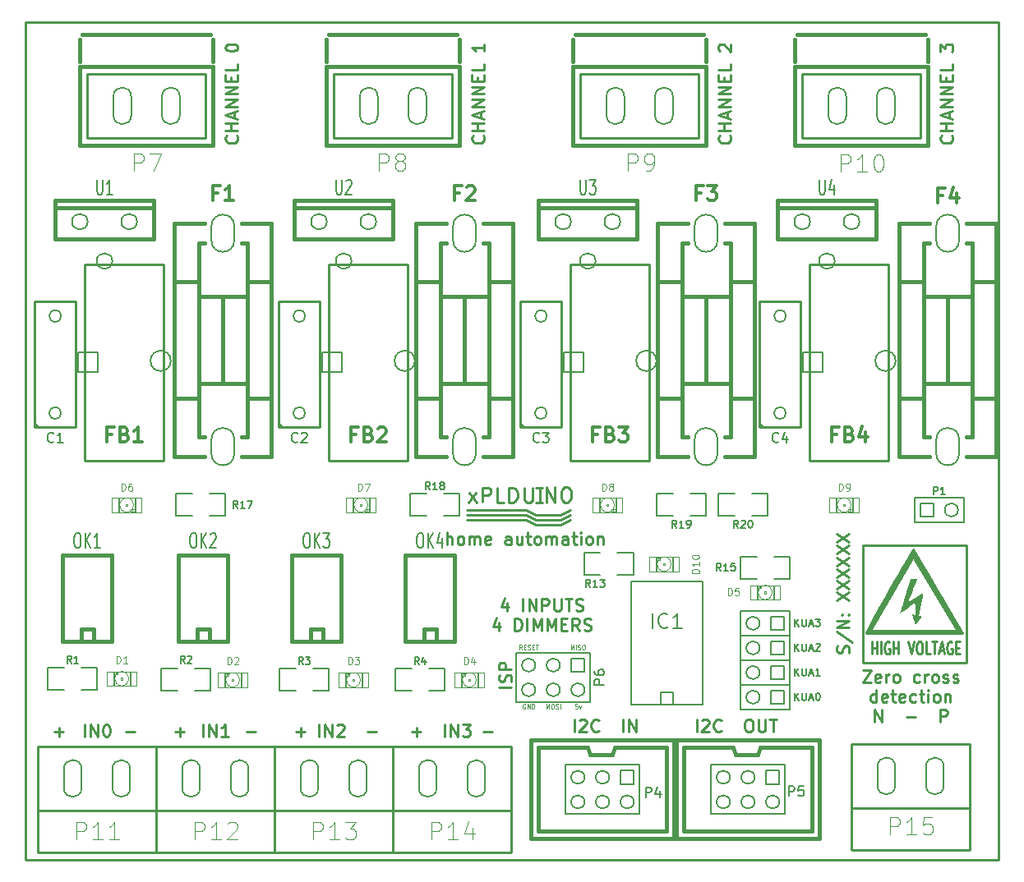
<source format=gto>
G04 (created by PCBNEW (2011-nov-30)-testing) date jeu. 20 sept. 2012 21:30:35 CEST*
%MOIN*%
G04 Gerber Fmt 3.4, Leading zero omitted, Abs format*
%FSLAX34Y34*%
G01*
G70*
G90*
G04 APERTURE LIST*
%ADD10C,0.006*%
%ADD11C,0.01*%
%ADD12C,0.0045*%
%ADD13C,0.005*%
%ADD14C,0.008*%
%ADD15C,0.015*%
%ADD16C,0.0094*%
%ADD17C,0.0026*%
%ADD18C,0.004*%
%ADD19C,0.0001*%
%ADD20C,0.0035*%
%ADD21C,0.012*%
%ADD22C,0.0089*%
G04 APERTURE END LIST*
G54D10*
G54D11*
X66757Y-56412D02*
X67138Y-56412D01*
X66948Y-56602D02*
X66948Y-56221D01*
X69662Y-56412D02*
X70043Y-56412D01*
X62057Y-56412D02*
X62438Y-56412D01*
X62248Y-56602D02*
X62248Y-56221D01*
X64962Y-56412D02*
X65343Y-56412D01*
X57157Y-56412D02*
X57538Y-56412D01*
X57348Y-56602D02*
X57348Y-56221D01*
X60062Y-56412D02*
X60443Y-56412D01*
X52257Y-56412D02*
X52638Y-56412D01*
X52448Y-56602D02*
X52448Y-56221D01*
X55162Y-56412D02*
X55543Y-56412D01*
X53500Y-56602D02*
X53500Y-56102D01*
X53738Y-56602D02*
X53738Y-56102D01*
X54024Y-56602D01*
X54024Y-56102D01*
X54357Y-56102D02*
X54405Y-56102D01*
X54453Y-56126D01*
X54476Y-56150D01*
X54500Y-56198D01*
X54524Y-56293D01*
X54524Y-56412D01*
X54500Y-56507D01*
X54476Y-56555D01*
X54453Y-56579D01*
X54405Y-56602D01*
X54357Y-56602D01*
X54310Y-56579D01*
X54286Y-56555D01*
X54262Y-56507D01*
X54238Y-56412D01*
X54238Y-56293D01*
X54262Y-56198D01*
X54286Y-56150D01*
X54310Y-56126D01*
X54357Y-56102D01*
X84479Y-53204D02*
X84502Y-53132D01*
X84502Y-53013D01*
X84479Y-52966D01*
X84455Y-52942D01*
X84407Y-52918D01*
X84360Y-52918D01*
X84312Y-52942D01*
X84288Y-52966D01*
X84264Y-53013D01*
X84240Y-53109D01*
X84217Y-53156D01*
X84193Y-53180D01*
X84145Y-53204D01*
X84098Y-53204D01*
X84050Y-53180D01*
X84026Y-53156D01*
X84002Y-53109D01*
X84002Y-52989D01*
X84026Y-52918D01*
X83979Y-52347D02*
X84621Y-52775D01*
X84502Y-52180D02*
X84002Y-52180D01*
X84502Y-51894D01*
X84002Y-51894D01*
X84455Y-51656D02*
X84479Y-51632D01*
X84502Y-51656D01*
X84479Y-51680D01*
X84455Y-51656D01*
X84502Y-51656D01*
X84193Y-51656D02*
X84217Y-51632D01*
X84240Y-51656D01*
X84217Y-51680D01*
X84193Y-51656D01*
X84240Y-51656D01*
X84002Y-51085D02*
X84502Y-50751D01*
X84002Y-50751D02*
X84502Y-51085D01*
X84002Y-50609D02*
X84502Y-50275D01*
X84002Y-50275D02*
X84502Y-50609D01*
X84002Y-50133D02*
X84502Y-49799D01*
X84002Y-49799D02*
X84502Y-50133D01*
X84002Y-49657D02*
X84502Y-49323D01*
X84002Y-49323D02*
X84502Y-49657D01*
X84002Y-49181D02*
X84502Y-48847D01*
X84002Y-48847D02*
X84502Y-49181D01*
X84002Y-48705D02*
X84502Y-48371D01*
X84002Y-48371D02*
X84502Y-48705D01*
X68184Y-48802D02*
X68184Y-48302D01*
X68398Y-48802D02*
X68398Y-48540D01*
X68375Y-48493D01*
X68327Y-48469D01*
X68255Y-48469D01*
X68208Y-48493D01*
X68184Y-48517D01*
X68707Y-48802D02*
X68660Y-48779D01*
X68636Y-48755D01*
X68612Y-48707D01*
X68612Y-48564D01*
X68636Y-48517D01*
X68660Y-48493D01*
X68707Y-48469D01*
X68779Y-48469D01*
X68827Y-48493D01*
X68850Y-48517D01*
X68874Y-48564D01*
X68874Y-48707D01*
X68850Y-48755D01*
X68827Y-48779D01*
X68779Y-48802D01*
X68707Y-48802D01*
X69088Y-48802D02*
X69088Y-48469D01*
X69088Y-48517D02*
X69112Y-48493D01*
X69159Y-48469D01*
X69231Y-48469D01*
X69279Y-48493D01*
X69302Y-48540D01*
X69302Y-48802D01*
X69302Y-48540D02*
X69326Y-48493D01*
X69374Y-48469D01*
X69445Y-48469D01*
X69493Y-48493D01*
X69517Y-48540D01*
X69517Y-48802D01*
X69946Y-48779D02*
X69898Y-48802D01*
X69803Y-48802D01*
X69755Y-48779D01*
X69731Y-48731D01*
X69731Y-48540D01*
X69755Y-48493D01*
X69803Y-48469D01*
X69898Y-48469D01*
X69946Y-48493D01*
X69969Y-48540D01*
X69969Y-48588D01*
X69731Y-48636D01*
X70779Y-48802D02*
X70779Y-48540D01*
X70756Y-48493D01*
X70708Y-48469D01*
X70613Y-48469D01*
X70565Y-48493D01*
X70779Y-48779D02*
X70732Y-48802D01*
X70613Y-48802D01*
X70565Y-48779D01*
X70541Y-48731D01*
X70541Y-48683D01*
X70565Y-48636D01*
X70613Y-48612D01*
X70732Y-48612D01*
X70779Y-48588D01*
X71231Y-48469D02*
X71231Y-48802D01*
X71017Y-48469D02*
X71017Y-48731D01*
X71041Y-48779D01*
X71088Y-48802D01*
X71160Y-48802D01*
X71208Y-48779D01*
X71231Y-48755D01*
X71398Y-48469D02*
X71588Y-48469D01*
X71469Y-48302D02*
X71469Y-48731D01*
X71493Y-48779D01*
X71540Y-48802D01*
X71588Y-48802D01*
X71826Y-48802D02*
X71779Y-48779D01*
X71755Y-48755D01*
X71731Y-48707D01*
X71731Y-48564D01*
X71755Y-48517D01*
X71779Y-48493D01*
X71826Y-48469D01*
X71898Y-48469D01*
X71946Y-48493D01*
X71969Y-48517D01*
X71993Y-48564D01*
X71993Y-48707D01*
X71969Y-48755D01*
X71946Y-48779D01*
X71898Y-48802D01*
X71826Y-48802D01*
X72207Y-48802D02*
X72207Y-48469D01*
X72207Y-48517D02*
X72231Y-48493D01*
X72278Y-48469D01*
X72350Y-48469D01*
X72398Y-48493D01*
X72421Y-48540D01*
X72421Y-48802D01*
X72421Y-48540D02*
X72445Y-48493D01*
X72493Y-48469D01*
X72564Y-48469D01*
X72612Y-48493D01*
X72636Y-48540D01*
X72636Y-48802D01*
X73088Y-48802D02*
X73088Y-48540D01*
X73065Y-48493D01*
X73017Y-48469D01*
X72922Y-48469D01*
X72874Y-48493D01*
X73088Y-48779D02*
X73041Y-48802D01*
X72922Y-48802D01*
X72874Y-48779D01*
X72850Y-48731D01*
X72850Y-48683D01*
X72874Y-48636D01*
X72922Y-48612D01*
X73041Y-48612D01*
X73088Y-48588D01*
X73255Y-48469D02*
X73445Y-48469D01*
X73326Y-48302D02*
X73326Y-48731D01*
X73350Y-48779D01*
X73397Y-48802D01*
X73445Y-48802D01*
X73612Y-48802D02*
X73612Y-48469D01*
X73612Y-48302D02*
X73588Y-48326D01*
X73612Y-48350D01*
X73636Y-48326D01*
X73612Y-48302D01*
X73612Y-48350D01*
X73921Y-48802D02*
X73874Y-48779D01*
X73850Y-48755D01*
X73826Y-48707D01*
X73826Y-48564D01*
X73850Y-48517D01*
X73874Y-48493D01*
X73921Y-48469D01*
X73993Y-48469D01*
X74041Y-48493D01*
X74064Y-48517D01*
X74088Y-48564D01*
X74088Y-48707D01*
X74064Y-48755D01*
X74041Y-48779D01*
X73993Y-48802D01*
X73921Y-48802D01*
X74302Y-48469D02*
X74302Y-48802D01*
X74302Y-48517D02*
X74326Y-48493D01*
X74373Y-48469D01*
X74445Y-48469D01*
X74493Y-48493D01*
X74516Y-48540D01*
X74516Y-48802D01*
G54D12*
X73217Y-53081D02*
X73217Y-52881D01*
X73277Y-53024D01*
X73337Y-52881D01*
X73337Y-53081D01*
X73423Y-53081D02*
X73423Y-52881D01*
X73500Y-53071D02*
X73526Y-53081D01*
X73569Y-53081D01*
X73586Y-53071D01*
X73595Y-53062D01*
X73603Y-53043D01*
X73603Y-53024D01*
X73595Y-53005D01*
X73586Y-52995D01*
X73569Y-52986D01*
X73535Y-52976D01*
X73517Y-52967D01*
X73509Y-52957D01*
X73500Y-52938D01*
X73500Y-52919D01*
X73509Y-52900D01*
X73517Y-52890D01*
X73535Y-52881D01*
X73577Y-52881D01*
X73603Y-52890D01*
X73714Y-52881D02*
X73748Y-52881D01*
X73766Y-52890D01*
X73783Y-52910D01*
X73791Y-52948D01*
X73791Y-53014D01*
X73783Y-53052D01*
X73766Y-53071D01*
X73748Y-53081D01*
X73714Y-53081D01*
X73697Y-53071D01*
X73680Y-53052D01*
X73671Y-53014D01*
X73671Y-52948D01*
X73680Y-52910D01*
X73697Y-52890D01*
X73714Y-52881D01*
X71239Y-53081D02*
X71179Y-52986D01*
X71136Y-53081D02*
X71136Y-52881D01*
X71204Y-52881D01*
X71222Y-52890D01*
X71230Y-52900D01*
X71239Y-52919D01*
X71239Y-52948D01*
X71230Y-52967D01*
X71222Y-52976D01*
X71204Y-52986D01*
X71136Y-52986D01*
X71316Y-52976D02*
X71376Y-52976D01*
X71402Y-53081D02*
X71316Y-53081D01*
X71316Y-52881D01*
X71402Y-52881D01*
X71470Y-53071D02*
X71496Y-53081D01*
X71539Y-53081D01*
X71556Y-53071D01*
X71565Y-53062D01*
X71573Y-53043D01*
X71573Y-53024D01*
X71565Y-53005D01*
X71556Y-52995D01*
X71539Y-52986D01*
X71505Y-52976D01*
X71487Y-52967D01*
X71479Y-52957D01*
X71470Y-52938D01*
X71470Y-52919D01*
X71479Y-52900D01*
X71487Y-52890D01*
X71505Y-52881D01*
X71547Y-52881D01*
X71573Y-52890D01*
X71650Y-52976D02*
X71710Y-52976D01*
X71736Y-53081D02*
X71650Y-53081D01*
X71650Y-52881D01*
X71736Y-52881D01*
X71787Y-52881D02*
X71890Y-52881D01*
X71839Y-53081D02*
X71839Y-52881D01*
X71363Y-55290D02*
X71346Y-55281D01*
X71320Y-55281D01*
X71295Y-55290D01*
X71277Y-55310D01*
X71269Y-55329D01*
X71260Y-55367D01*
X71260Y-55395D01*
X71269Y-55433D01*
X71277Y-55452D01*
X71295Y-55471D01*
X71320Y-55481D01*
X71337Y-55481D01*
X71363Y-55471D01*
X71372Y-55462D01*
X71372Y-55395D01*
X71337Y-55395D01*
X71449Y-55481D02*
X71449Y-55281D01*
X71552Y-55481D01*
X71552Y-55281D01*
X71638Y-55481D02*
X71638Y-55281D01*
X71681Y-55281D01*
X71706Y-55290D01*
X71724Y-55310D01*
X71732Y-55329D01*
X71741Y-55367D01*
X71741Y-55395D01*
X71732Y-55433D01*
X71724Y-55452D01*
X71706Y-55471D01*
X71681Y-55481D01*
X71638Y-55481D01*
X72217Y-55481D02*
X72217Y-55281D01*
X72277Y-55424D01*
X72337Y-55281D01*
X72337Y-55481D01*
X72457Y-55281D02*
X72491Y-55281D01*
X72509Y-55290D01*
X72526Y-55310D01*
X72534Y-55348D01*
X72534Y-55414D01*
X72526Y-55452D01*
X72509Y-55471D01*
X72491Y-55481D01*
X72457Y-55481D01*
X72440Y-55471D01*
X72423Y-55452D01*
X72414Y-55414D01*
X72414Y-55348D01*
X72423Y-55310D01*
X72440Y-55290D01*
X72457Y-55281D01*
X72603Y-55471D02*
X72629Y-55481D01*
X72672Y-55481D01*
X72689Y-55471D01*
X72698Y-55462D01*
X72706Y-55443D01*
X72706Y-55424D01*
X72698Y-55405D01*
X72689Y-55395D01*
X72672Y-55386D01*
X72638Y-55376D01*
X72620Y-55367D01*
X72612Y-55357D01*
X72603Y-55338D01*
X72603Y-55319D01*
X72612Y-55300D01*
X72620Y-55290D01*
X72638Y-55281D01*
X72680Y-55281D01*
X72706Y-55290D01*
X72783Y-55481D02*
X72783Y-55281D01*
X73475Y-55281D02*
X73389Y-55281D01*
X73380Y-55376D01*
X73389Y-55367D01*
X73406Y-55357D01*
X73449Y-55357D01*
X73466Y-55367D01*
X73475Y-55376D01*
X73483Y-55395D01*
X73483Y-55443D01*
X73475Y-55462D01*
X73466Y-55471D01*
X73449Y-55481D01*
X73406Y-55481D01*
X73389Y-55471D01*
X73380Y-55462D01*
X73543Y-55348D02*
X73586Y-55481D01*
X73628Y-55348D01*
G54D11*
X70802Y-54588D02*
X70302Y-54588D01*
X70779Y-54374D02*
X70802Y-54302D01*
X70802Y-54183D01*
X70779Y-54136D01*
X70755Y-54112D01*
X70707Y-54088D01*
X70660Y-54088D01*
X70612Y-54112D01*
X70588Y-54136D01*
X70564Y-54183D01*
X70540Y-54279D01*
X70517Y-54326D01*
X70493Y-54350D01*
X70445Y-54374D01*
X70398Y-54374D01*
X70350Y-54350D01*
X70326Y-54326D01*
X70302Y-54279D01*
X70302Y-54159D01*
X70326Y-54088D01*
X70802Y-53874D02*
X70302Y-53874D01*
X70302Y-53683D01*
X70326Y-53636D01*
X70350Y-53612D01*
X70398Y-53588D01*
X70469Y-53588D01*
X70517Y-53612D01*
X70540Y-53636D01*
X70564Y-53683D01*
X70564Y-53874D01*
X73350Y-56402D02*
X73350Y-55902D01*
X73564Y-55950D02*
X73588Y-55926D01*
X73636Y-55902D01*
X73755Y-55902D01*
X73802Y-55926D01*
X73826Y-55950D01*
X73850Y-55998D01*
X73850Y-56045D01*
X73826Y-56117D01*
X73540Y-56402D01*
X73850Y-56402D01*
X74350Y-56355D02*
X74326Y-56379D01*
X74255Y-56402D01*
X74207Y-56402D01*
X74135Y-56379D01*
X74088Y-56331D01*
X74064Y-56283D01*
X74040Y-56188D01*
X74040Y-56117D01*
X74064Y-56021D01*
X74088Y-55974D01*
X74135Y-55926D01*
X74207Y-55902D01*
X74255Y-55902D01*
X74326Y-55926D01*
X74350Y-55950D01*
X75326Y-56402D02*
X75326Y-55902D01*
X75564Y-56402D02*
X75564Y-55902D01*
X75850Y-56402D01*
X75850Y-55902D01*
X88655Y-32202D02*
X88679Y-32226D01*
X88702Y-32297D01*
X88702Y-32345D01*
X88679Y-32417D01*
X88631Y-32464D01*
X88583Y-32488D01*
X88488Y-32512D01*
X88417Y-32512D01*
X88321Y-32488D01*
X88274Y-32464D01*
X88226Y-32417D01*
X88202Y-32345D01*
X88202Y-32297D01*
X88226Y-32226D01*
X88250Y-32202D01*
X88702Y-31988D02*
X88202Y-31988D01*
X88440Y-31988D02*
X88440Y-31702D01*
X88702Y-31702D02*
X88202Y-31702D01*
X88560Y-31488D02*
X88560Y-31250D01*
X88702Y-31535D02*
X88202Y-31369D01*
X88702Y-31202D01*
X88702Y-31035D02*
X88202Y-31035D01*
X88702Y-30749D01*
X88202Y-30749D01*
X88702Y-30511D02*
X88202Y-30511D01*
X88702Y-30225D01*
X88202Y-30225D01*
X88440Y-29987D02*
X88440Y-29820D01*
X88702Y-29749D02*
X88702Y-29987D01*
X88202Y-29987D01*
X88202Y-29749D01*
X88702Y-29297D02*
X88702Y-29535D01*
X88202Y-29535D01*
X88202Y-28797D02*
X88202Y-28487D01*
X88393Y-28654D01*
X88393Y-28582D01*
X88417Y-28535D01*
X88440Y-28511D01*
X88488Y-28487D01*
X88607Y-28487D01*
X88655Y-28511D01*
X88679Y-28535D01*
X88702Y-28582D01*
X88702Y-28725D01*
X88679Y-28773D01*
X88655Y-28797D01*
X79655Y-32202D02*
X79679Y-32226D01*
X79702Y-32297D01*
X79702Y-32345D01*
X79679Y-32417D01*
X79631Y-32464D01*
X79583Y-32488D01*
X79488Y-32512D01*
X79417Y-32512D01*
X79321Y-32488D01*
X79274Y-32464D01*
X79226Y-32417D01*
X79202Y-32345D01*
X79202Y-32297D01*
X79226Y-32226D01*
X79250Y-32202D01*
X79702Y-31988D02*
X79202Y-31988D01*
X79440Y-31988D02*
X79440Y-31702D01*
X79702Y-31702D02*
X79202Y-31702D01*
X79560Y-31488D02*
X79560Y-31250D01*
X79702Y-31535D02*
X79202Y-31369D01*
X79702Y-31202D01*
X79702Y-31035D02*
X79202Y-31035D01*
X79702Y-30749D01*
X79202Y-30749D01*
X79702Y-30511D02*
X79202Y-30511D01*
X79702Y-30225D01*
X79202Y-30225D01*
X79440Y-29987D02*
X79440Y-29820D01*
X79702Y-29749D02*
X79702Y-29987D01*
X79202Y-29987D01*
X79202Y-29749D01*
X79702Y-29297D02*
X79702Y-29535D01*
X79202Y-29535D01*
X79250Y-28773D02*
X79226Y-28749D01*
X79202Y-28701D01*
X79202Y-28582D01*
X79226Y-28535D01*
X79250Y-28511D01*
X79298Y-28487D01*
X79345Y-28487D01*
X79417Y-28511D01*
X79702Y-28797D01*
X79702Y-28487D01*
X69655Y-32202D02*
X69679Y-32226D01*
X69702Y-32297D01*
X69702Y-32345D01*
X69679Y-32417D01*
X69631Y-32464D01*
X69583Y-32488D01*
X69488Y-32512D01*
X69417Y-32512D01*
X69321Y-32488D01*
X69274Y-32464D01*
X69226Y-32417D01*
X69202Y-32345D01*
X69202Y-32297D01*
X69226Y-32226D01*
X69250Y-32202D01*
X69702Y-31988D02*
X69202Y-31988D01*
X69440Y-31988D02*
X69440Y-31702D01*
X69702Y-31702D02*
X69202Y-31702D01*
X69560Y-31488D02*
X69560Y-31250D01*
X69702Y-31535D02*
X69202Y-31369D01*
X69702Y-31202D01*
X69702Y-31035D02*
X69202Y-31035D01*
X69702Y-30749D01*
X69202Y-30749D01*
X69702Y-30511D02*
X69202Y-30511D01*
X69702Y-30225D01*
X69202Y-30225D01*
X69440Y-29987D02*
X69440Y-29820D01*
X69702Y-29749D02*
X69702Y-29987D01*
X69202Y-29987D01*
X69202Y-29749D01*
X69702Y-29297D02*
X69702Y-29535D01*
X69202Y-29535D01*
X69702Y-28487D02*
X69702Y-28773D01*
X69702Y-28630D02*
X69202Y-28630D01*
X69274Y-28678D01*
X69321Y-28725D01*
X69345Y-28773D01*
X59655Y-32202D02*
X59679Y-32226D01*
X59702Y-32297D01*
X59702Y-32345D01*
X59679Y-32417D01*
X59631Y-32464D01*
X59583Y-32488D01*
X59488Y-32512D01*
X59417Y-32512D01*
X59321Y-32488D01*
X59274Y-32464D01*
X59226Y-32417D01*
X59202Y-32345D01*
X59202Y-32297D01*
X59226Y-32226D01*
X59250Y-32202D01*
X59702Y-31988D02*
X59202Y-31988D01*
X59440Y-31988D02*
X59440Y-31702D01*
X59702Y-31702D02*
X59202Y-31702D01*
X59560Y-31488D02*
X59560Y-31250D01*
X59702Y-31535D02*
X59202Y-31369D01*
X59702Y-31202D01*
X59702Y-31035D02*
X59202Y-31035D01*
X59702Y-30749D01*
X59202Y-30749D01*
X59702Y-30511D02*
X59202Y-30511D01*
X59702Y-30225D01*
X59202Y-30225D01*
X59440Y-29987D02*
X59440Y-29820D01*
X59702Y-29749D02*
X59702Y-29987D01*
X59202Y-29987D01*
X59202Y-29749D01*
X59702Y-29297D02*
X59702Y-29535D01*
X59202Y-29535D01*
X59202Y-28654D02*
X59202Y-28606D01*
X59226Y-28558D01*
X59250Y-28535D01*
X59298Y-28511D01*
X59393Y-28487D01*
X59512Y-28487D01*
X59607Y-28511D01*
X59655Y-28535D01*
X59679Y-28558D01*
X59702Y-28606D01*
X59702Y-28654D01*
X59679Y-28701D01*
X59655Y-28725D01*
X59607Y-28749D01*
X59512Y-28773D01*
X59393Y-28773D01*
X59298Y-28749D01*
X59250Y-28725D01*
X59226Y-28701D01*
X59202Y-28654D01*
X68100Y-56602D02*
X68100Y-56102D01*
X68338Y-56602D02*
X68338Y-56102D01*
X68624Y-56602D01*
X68624Y-56102D01*
X68814Y-56102D02*
X69124Y-56102D01*
X68957Y-56293D01*
X69029Y-56293D01*
X69076Y-56317D01*
X69100Y-56340D01*
X69124Y-56388D01*
X69124Y-56507D01*
X69100Y-56555D01*
X69076Y-56579D01*
X69029Y-56602D01*
X68886Y-56602D01*
X68838Y-56579D01*
X68814Y-56555D01*
X63000Y-56602D02*
X63000Y-56102D01*
X63238Y-56602D02*
X63238Y-56102D01*
X63524Y-56602D01*
X63524Y-56102D01*
X63738Y-56150D02*
X63762Y-56126D01*
X63810Y-56102D01*
X63929Y-56102D01*
X63976Y-56126D01*
X64000Y-56150D01*
X64024Y-56198D01*
X64024Y-56245D01*
X64000Y-56317D01*
X63714Y-56602D01*
X64024Y-56602D01*
X58300Y-56602D02*
X58300Y-56102D01*
X58538Y-56602D02*
X58538Y-56102D01*
X58824Y-56602D01*
X58824Y-56102D01*
X59324Y-56602D02*
X59038Y-56602D01*
X59181Y-56602D02*
X59181Y-56102D01*
X59133Y-56174D01*
X59086Y-56221D01*
X59038Y-56245D01*
X78317Y-56402D02*
X78317Y-55902D01*
X78531Y-55950D02*
X78555Y-55926D01*
X78603Y-55902D01*
X78722Y-55902D01*
X78769Y-55926D01*
X78793Y-55950D01*
X78817Y-55998D01*
X78817Y-56045D01*
X78793Y-56117D01*
X78507Y-56402D01*
X78817Y-56402D01*
X79317Y-56355D02*
X79293Y-56379D01*
X79222Y-56402D01*
X79174Y-56402D01*
X79102Y-56379D01*
X79055Y-56331D01*
X79031Y-56283D01*
X79007Y-56188D01*
X79007Y-56117D01*
X79031Y-56021D01*
X79055Y-55974D01*
X79102Y-55926D01*
X79174Y-55902D01*
X79222Y-55902D01*
X79293Y-55926D01*
X79317Y-55950D01*
X80388Y-55902D02*
X80484Y-55902D01*
X80531Y-55926D01*
X80579Y-55974D01*
X80603Y-56069D01*
X80603Y-56236D01*
X80579Y-56331D01*
X80531Y-56379D01*
X80484Y-56402D01*
X80388Y-56402D01*
X80341Y-56379D01*
X80293Y-56331D01*
X80269Y-56236D01*
X80269Y-56069D01*
X80293Y-55974D01*
X80341Y-55926D01*
X80388Y-55902D01*
X80817Y-55902D02*
X80817Y-56307D01*
X80841Y-56355D01*
X80865Y-56379D01*
X80912Y-56402D01*
X81008Y-56402D01*
X81055Y-56379D01*
X81079Y-56355D01*
X81103Y-56307D01*
X81103Y-55902D01*
X81270Y-55902D02*
X81555Y-55902D01*
X81412Y-56402D02*
X81412Y-55902D01*
X70633Y-51169D02*
X70633Y-51502D01*
X70514Y-50979D02*
X70395Y-51336D01*
X70705Y-51336D01*
X71276Y-51502D02*
X71276Y-51002D01*
X71514Y-51502D02*
X71514Y-51002D01*
X71800Y-51502D01*
X71800Y-51002D01*
X72038Y-51502D02*
X72038Y-51002D01*
X72229Y-51002D01*
X72276Y-51026D01*
X72300Y-51050D01*
X72324Y-51098D01*
X72324Y-51169D01*
X72300Y-51217D01*
X72276Y-51240D01*
X72229Y-51264D01*
X72038Y-51264D01*
X72538Y-51002D02*
X72538Y-51407D01*
X72562Y-51455D01*
X72586Y-51479D01*
X72633Y-51502D01*
X72729Y-51502D01*
X72776Y-51479D01*
X72800Y-51455D01*
X72824Y-51407D01*
X72824Y-51002D01*
X72991Y-51002D02*
X73276Y-51002D01*
X73133Y-51502D02*
X73133Y-51002D01*
X73419Y-51479D02*
X73491Y-51502D01*
X73610Y-51502D01*
X73657Y-51479D01*
X73681Y-51455D01*
X73705Y-51407D01*
X73705Y-51360D01*
X73681Y-51312D01*
X73657Y-51288D01*
X73610Y-51264D01*
X73514Y-51240D01*
X73467Y-51217D01*
X73443Y-51193D01*
X73419Y-51145D01*
X73419Y-51098D01*
X73443Y-51050D01*
X73467Y-51026D01*
X73514Y-51002D01*
X73634Y-51002D01*
X73705Y-51026D01*
X70301Y-51969D02*
X70301Y-52302D01*
X70182Y-51779D02*
X70063Y-52136D01*
X70373Y-52136D01*
X70944Y-52302D02*
X70944Y-51802D01*
X71063Y-51802D01*
X71135Y-51826D01*
X71182Y-51874D01*
X71206Y-51921D01*
X71230Y-52017D01*
X71230Y-52088D01*
X71206Y-52183D01*
X71182Y-52231D01*
X71135Y-52279D01*
X71063Y-52302D01*
X70944Y-52302D01*
X71444Y-52302D02*
X71444Y-51802D01*
X71682Y-52302D02*
X71682Y-51802D01*
X71849Y-52160D01*
X72015Y-51802D01*
X72015Y-52302D01*
X72253Y-52302D02*
X72253Y-51802D01*
X72420Y-52160D01*
X72586Y-51802D01*
X72586Y-52302D01*
X72824Y-52040D02*
X72991Y-52040D01*
X73062Y-52302D02*
X72824Y-52302D01*
X72824Y-51802D01*
X73062Y-51802D01*
X73562Y-52302D02*
X73395Y-52064D01*
X73276Y-52302D02*
X73276Y-51802D01*
X73467Y-51802D01*
X73514Y-51826D01*
X73538Y-51850D01*
X73562Y-51898D01*
X73562Y-51969D01*
X73538Y-52017D01*
X73514Y-52040D01*
X73467Y-52064D01*
X73276Y-52064D01*
X73752Y-52279D02*
X73824Y-52302D01*
X73943Y-52302D01*
X73990Y-52279D01*
X74014Y-52255D01*
X74038Y-52207D01*
X74038Y-52160D01*
X74014Y-52112D01*
X73990Y-52088D01*
X73943Y-52064D01*
X73847Y-52040D01*
X73800Y-52017D01*
X73776Y-51993D01*
X73752Y-51945D01*
X73752Y-51898D01*
X73776Y-51850D01*
X73800Y-51826D01*
X73847Y-51802D01*
X73967Y-51802D01*
X74038Y-51826D01*
X85047Y-53902D02*
X85381Y-53902D01*
X85047Y-54402D01*
X85381Y-54402D01*
X85762Y-54379D02*
X85714Y-54402D01*
X85619Y-54402D01*
X85571Y-54379D01*
X85547Y-54331D01*
X85547Y-54140D01*
X85571Y-54093D01*
X85619Y-54069D01*
X85714Y-54069D01*
X85762Y-54093D01*
X85785Y-54140D01*
X85785Y-54188D01*
X85547Y-54236D01*
X86000Y-54402D02*
X86000Y-54069D01*
X86000Y-54164D02*
X86024Y-54117D01*
X86048Y-54093D01*
X86095Y-54069D01*
X86143Y-54069D01*
X86381Y-54402D02*
X86334Y-54379D01*
X86310Y-54355D01*
X86286Y-54307D01*
X86286Y-54164D01*
X86310Y-54117D01*
X86334Y-54093D01*
X86381Y-54069D01*
X86453Y-54069D01*
X86501Y-54093D01*
X86524Y-54117D01*
X86548Y-54164D01*
X86548Y-54307D01*
X86524Y-54355D01*
X86501Y-54379D01*
X86453Y-54402D01*
X86381Y-54402D01*
X87357Y-54379D02*
X87310Y-54402D01*
X87214Y-54402D01*
X87167Y-54379D01*
X87143Y-54355D01*
X87119Y-54307D01*
X87119Y-54164D01*
X87143Y-54117D01*
X87167Y-54093D01*
X87214Y-54069D01*
X87310Y-54069D01*
X87357Y-54093D01*
X87572Y-54402D02*
X87572Y-54069D01*
X87572Y-54164D02*
X87596Y-54117D01*
X87620Y-54093D01*
X87667Y-54069D01*
X87715Y-54069D01*
X87953Y-54402D02*
X87906Y-54379D01*
X87882Y-54355D01*
X87858Y-54307D01*
X87858Y-54164D01*
X87882Y-54117D01*
X87906Y-54093D01*
X87953Y-54069D01*
X88025Y-54069D01*
X88073Y-54093D01*
X88096Y-54117D01*
X88120Y-54164D01*
X88120Y-54307D01*
X88096Y-54355D01*
X88073Y-54379D01*
X88025Y-54402D01*
X87953Y-54402D01*
X88310Y-54379D02*
X88358Y-54402D01*
X88453Y-54402D01*
X88501Y-54379D01*
X88525Y-54331D01*
X88525Y-54307D01*
X88501Y-54260D01*
X88453Y-54236D01*
X88382Y-54236D01*
X88334Y-54212D01*
X88310Y-54164D01*
X88310Y-54140D01*
X88334Y-54093D01*
X88382Y-54069D01*
X88453Y-54069D01*
X88501Y-54093D01*
X88715Y-54379D02*
X88763Y-54402D01*
X88858Y-54402D01*
X88906Y-54379D01*
X88930Y-54331D01*
X88930Y-54307D01*
X88906Y-54260D01*
X88858Y-54236D01*
X88787Y-54236D01*
X88739Y-54212D01*
X88715Y-54164D01*
X88715Y-54140D01*
X88739Y-54093D01*
X88787Y-54069D01*
X88858Y-54069D01*
X88906Y-54093D01*
X85607Y-55202D02*
X85607Y-54702D01*
X85607Y-55179D02*
X85560Y-55202D01*
X85464Y-55202D01*
X85417Y-55179D01*
X85393Y-55155D01*
X85369Y-55107D01*
X85369Y-54964D01*
X85393Y-54917D01*
X85417Y-54893D01*
X85464Y-54869D01*
X85560Y-54869D01*
X85607Y-54893D01*
X86036Y-55179D02*
X85988Y-55202D01*
X85893Y-55202D01*
X85845Y-55179D01*
X85821Y-55131D01*
X85821Y-54940D01*
X85845Y-54893D01*
X85893Y-54869D01*
X85988Y-54869D01*
X86036Y-54893D01*
X86059Y-54940D01*
X86059Y-54988D01*
X85821Y-55036D01*
X86203Y-54869D02*
X86393Y-54869D01*
X86274Y-54702D02*
X86274Y-55131D01*
X86298Y-55179D01*
X86345Y-55202D01*
X86393Y-55202D01*
X86751Y-55179D02*
X86703Y-55202D01*
X86608Y-55202D01*
X86560Y-55179D01*
X86536Y-55131D01*
X86536Y-54940D01*
X86560Y-54893D01*
X86608Y-54869D01*
X86703Y-54869D01*
X86751Y-54893D01*
X86774Y-54940D01*
X86774Y-54988D01*
X86536Y-55036D01*
X87203Y-55179D02*
X87156Y-55202D01*
X87060Y-55202D01*
X87013Y-55179D01*
X86989Y-55155D01*
X86965Y-55107D01*
X86965Y-54964D01*
X86989Y-54917D01*
X87013Y-54893D01*
X87060Y-54869D01*
X87156Y-54869D01*
X87203Y-54893D01*
X87347Y-54869D02*
X87537Y-54869D01*
X87418Y-54702D02*
X87418Y-55131D01*
X87442Y-55179D01*
X87489Y-55202D01*
X87537Y-55202D01*
X87704Y-55202D02*
X87704Y-54869D01*
X87704Y-54702D02*
X87680Y-54726D01*
X87704Y-54750D01*
X87728Y-54726D01*
X87704Y-54702D01*
X87704Y-54750D01*
X88013Y-55202D02*
X87966Y-55179D01*
X87942Y-55155D01*
X87918Y-55107D01*
X87918Y-54964D01*
X87942Y-54917D01*
X87966Y-54893D01*
X88013Y-54869D01*
X88085Y-54869D01*
X88133Y-54893D01*
X88156Y-54917D01*
X88180Y-54964D01*
X88180Y-55107D01*
X88156Y-55155D01*
X88133Y-55179D01*
X88085Y-55202D01*
X88013Y-55202D01*
X88394Y-54869D02*
X88394Y-55202D01*
X88394Y-54917D02*
X88418Y-54893D01*
X88465Y-54869D01*
X88537Y-54869D01*
X88585Y-54893D01*
X88608Y-54940D01*
X88608Y-55202D01*
X85536Y-56002D02*
X85536Y-55502D01*
X85822Y-56002D01*
X85822Y-55502D01*
X86822Y-55812D02*
X87203Y-55812D01*
X88203Y-56002D02*
X88203Y-55502D01*
X88394Y-55502D01*
X88441Y-55526D01*
X88465Y-55550D01*
X88489Y-55598D01*
X88489Y-55669D01*
X88465Y-55717D01*
X88441Y-55740D01*
X88394Y-55764D01*
X88203Y-55764D01*
X51100Y-61600D02*
X51100Y-61400D01*
X90550Y-61600D02*
X51100Y-61600D01*
X90550Y-27600D02*
X90550Y-61600D01*
X51100Y-27600D02*
X90550Y-27600D01*
X51100Y-61400D02*
X51100Y-27600D01*
G54D13*
X78550Y-50300D02*
X75650Y-50300D01*
X75650Y-55300D02*
X78550Y-55300D01*
X78550Y-50300D02*
X78550Y-55300D01*
X75650Y-55300D02*
X75650Y-50300D01*
X76850Y-55300D02*
X76850Y-54800D01*
X76850Y-54800D02*
X77350Y-54800D01*
X77350Y-54800D02*
X77350Y-55300D01*
X54000Y-54700D02*
X54000Y-53800D01*
X54000Y-53800D02*
X53350Y-53800D01*
X52650Y-54700D02*
X52000Y-54700D01*
X52000Y-54700D02*
X52000Y-53800D01*
X52000Y-53800D02*
X52650Y-53800D01*
X53350Y-54700D02*
X54000Y-54700D01*
X66700Y-46750D02*
X66700Y-47650D01*
X66700Y-47650D02*
X67350Y-47650D01*
X68050Y-46750D02*
X68700Y-46750D01*
X68700Y-46750D02*
X68700Y-47650D01*
X68700Y-47650D02*
X68050Y-47650D01*
X67350Y-46750D02*
X66700Y-46750D01*
X58600Y-54750D02*
X58600Y-53850D01*
X58600Y-53850D02*
X57950Y-53850D01*
X57250Y-54750D02*
X56600Y-54750D01*
X56600Y-54750D02*
X56600Y-53850D01*
X56600Y-53850D02*
X57250Y-53850D01*
X57950Y-54750D02*
X58600Y-54750D01*
X76700Y-46750D02*
X76700Y-47650D01*
X76700Y-47650D02*
X77350Y-47650D01*
X78050Y-46750D02*
X78700Y-46750D01*
X78700Y-46750D02*
X78700Y-47650D01*
X78700Y-47650D02*
X78050Y-47650D01*
X77350Y-46750D02*
X76700Y-46750D01*
X68100Y-54750D02*
X68100Y-53850D01*
X68100Y-53850D02*
X67450Y-53850D01*
X66750Y-54750D02*
X66100Y-54750D01*
X66100Y-54750D02*
X66100Y-53850D01*
X66100Y-53850D02*
X66750Y-53850D01*
X67450Y-54750D02*
X68100Y-54750D01*
X57200Y-46750D02*
X57200Y-47650D01*
X57200Y-47650D02*
X57850Y-47650D01*
X58550Y-46750D02*
X59200Y-46750D01*
X59200Y-46750D02*
X59200Y-47650D01*
X59200Y-47650D02*
X58550Y-47650D01*
X57850Y-46750D02*
X57200Y-46750D01*
X63400Y-54750D02*
X63400Y-53850D01*
X63400Y-53850D02*
X62750Y-53850D01*
X62050Y-54750D02*
X61400Y-54750D01*
X61400Y-54750D02*
X61400Y-53850D01*
X61400Y-53850D02*
X62050Y-53850D01*
X62750Y-54750D02*
X63400Y-54750D01*
X81200Y-47650D02*
X81200Y-46750D01*
X81200Y-46750D02*
X80550Y-46750D01*
X79850Y-47650D02*
X79200Y-47650D01*
X79200Y-47650D02*
X79200Y-46750D01*
X79200Y-46750D02*
X79850Y-46750D01*
X80550Y-47650D02*
X81200Y-47650D01*
X80100Y-49300D02*
X80100Y-50200D01*
X80100Y-50200D02*
X80750Y-50200D01*
X81450Y-49300D02*
X82100Y-49300D01*
X82100Y-49300D02*
X82100Y-50200D01*
X82100Y-50200D02*
X81450Y-50200D01*
X80750Y-49300D02*
X80100Y-49300D01*
G54D14*
X71000Y-53200D02*
X74000Y-53200D01*
X74000Y-55200D02*
X71000Y-55200D01*
X71000Y-55200D02*
X71000Y-53200D01*
X74000Y-53200D02*
X74000Y-55200D01*
G54D15*
X63300Y-29200D02*
X63300Y-28300D01*
X68700Y-29200D02*
X68700Y-28300D01*
X68600Y-28100D02*
X63400Y-28100D01*
G54D16*
X68400Y-32300D02*
X63700Y-32300D01*
X63700Y-32300D02*
X63600Y-32300D01*
X63600Y-32300D02*
X63600Y-29700D01*
X63600Y-29700D02*
X68400Y-29700D01*
X68400Y-29700D02*
X68400Y-32300D01*
G54D15*
X68700Y-32600D02*
X68700Y-29400D01*
X63300Y-32600D02*
X63300Y-29400D01*
X66000Y-32600D02*
X63300Y-32600D01*
X63300Y-29400D02*
X68700Y-29400D01*
X68700Y-32600D02*
X66000Y-32600D01*
X73300Y-29200D02*
X73300Y-28300D01*
X78700Y-29200D02*
X78700Y-28300D01*
X78600Y-28100D02*
X73400Y-28100D01*
G54D16*
X78400Y-32300D02*
X73700Y-32300D01*
X73700Y-32300D02*
X73600Y-32300D01*
X73600Y-32300D02*
X73600Y-29700D01*
X73600Y-29700D02*
X78400Y-29700D01*
X78400Y-29700D02*
X78400Y-32300D01*
G54D15*
X78700Y-32600D02*
X78700Y-29400D01*
X73300Y-32600D02*
X73300Y-29400D01*
X76000Y-32600D02*
X73300Y-32600D01*
X73300Y-29400D02*
X78700Y-29400D01*
X78700Y-32600D02*
X76000Y-32600D01*
X53300Y-29200D02*
X53300Y-28300D01*
X58700Y-29200D02*
X58700Y-28300D01*
X58600Y-28100D02*
X53400Y-28100D01*
G54D16*
X58400Y-32300D02*
X53700Y-32300D01*
X53700Y-32300D02*
X53600Y-32300D01*
X53600Y-32300D02*
X53600Y-29700D01*
X53600Y-29700D02*
X58400Y-29700D01*
X58400Y-29700D02*
X58400Y-32300D01*
G54D15*
X58700Y-32600D02*
X58700Y-29400D01*
X53300Y-32600D02*
X53300Y-29400D01*
X56000Y-32600D02*
X53300Y-32600D01*
X53300Y-29400D02*
X58700Y-29400D01*
X58700Y-32600D02*
X56000Y-32600D01*
G54D17*
X55161Y-47239D02*
X55239Y-47239D01*
X55239Y-47239D02*
X55239Y-47161D01*
X55161Y-47161D02*
X55239Y-47161D01*
X55161Y-47239D02*
X55161Y-47161D01*
X55377Y-47475D02*
X55514Y-47475D01*
X55514Y-47475D02*
X55514Y-47377D01*
X55377Y-47377D02*
X55514Y-47377D01*
X55377Y-47475D02*
X55377Y-47377D01*
X55514Y-47475D02*
X55554Y-47475D01*
X55554Y-47475D02*
X55554Y-47004D01*
X55514Y-47004D02*
X55554Y-47004D01*
X55514Y-47475D02*
X55514Y-47004D01*
X55514Y-46984D02*
X55554Y-46984D01*
X55554Y-46984D02*
X55554Y-46925D01*
X55514Y-46925D02*
X55554Y-46925D01*
X55514Y-46984D02*
X55514Y-46925D01*
X54846Y-47475D02*
X54886Y-47475D01*
X54886Y-47475D02*
X54886Y-47004D01*
X54846Y-47004D02*
X54886Y-47004D01*
X54846Y-47475D02*
X54846Y-47004D01*
X54846Y-46984D02*
X54886Y-46984D01*
X54886Y-46984D02*
X54886Y-46925D01*
X54846Y-46925D02*
X54886Y-46925D01*
X54846Y-46984D02*
X54846Y-46925D01*
X55377Y-47475D02*
X55436Y-47475D01*
X55436Y-47475D02*
X55436Y-47377D01*
X55377Y-47377D02*
X55436Y-47377D01*
X55377Y-47475D02*
X55377Y-47377D01*
G54D18*
X55810Y-47495D02*
X54590Y-47495D01*
X54590Y-47495D02*
X54590Y-46905D01*
X54590Y-46905D02*
X55810Y-46905D01*
X55810Y-46905D02*
X55810Y-47495D01*
X54985Y-47396D02*
G75*
G03X55416Y-47395I215J196D01*
G74*
G01*
X54985Y-47004D02*
G75*
G03X54984Y-47395I215J-196D01*
G74*
G01*
X55415Y-47004D02*
G75*
G03X54984Y-47005I-215J-196D01*
G74*
G01*
X55415Y-47396D02*
G75*
G03X55416Y-47005I-215J196D01*
G74*
G01*
G54D17*
X81139Y-50711D02*
X81061Y-50711D01*
X81061Y-50711D02*
X81061Y-50789D01*
X81139Y-50789D02*
X81061Y-50789D01*
X81139Y-50711D02*
X81139Y-50789D01*
X80923Y-50475D02*
X80786Y-50475D01*
X80786Y-50475D02*
X80786Y-50573D01*
X80923Y-50573D02*
X80786Y-50573D01*
X80923Y-50475D02*
X80923Y-50573D01*
X80786Y-50475D02*
X80746Y-50475D01*
X80746Y-50475D02*
X80746Y-50946D01*
X80786Y-50946D02*
X80746Y-50946D01*
X80786Y-50475D02*
X80786Y-50946D01*
X80786Y-50966D02*
X80746Y-50966D01*
X80746Y-50966D02*
X80746Y-51025D01*
X80786Y-51025D02*
X80746Y-51025D01*
X80786Y-50966D02*
X80786Y-51025D01*
X81454Y-50475D02*
X81414Y-50475D01*
X81414Y-50475D02*
X81414Y-50946D01*
X81454Y-50946D02*
X81414Y-50946D01*
X81454Y-50475D02*
X81454Y-50946D01*
X81454Y-50966D02*
X81414Y-50966D01*
X81414Y-50966D02*
X81414Y-51025D01*
X81454Y-51025D02*
X81414Y-51025D01*
X81454Y-50966D02*
X81454Y-51025D01*
X80923Y-50475D02*
X80864Y-50475D01*
X80864Y-50475D02*
X80864Y-50573D01*
X80923Y-50573D02*
X80864Y-50573D01*
X80923Y-50475D02*
X80923Y-50573D01*
G54D18*
X80490Y-50455D02*
X81710Y-50455D01*
X81710Y-50455D02*
X81710Y-51045D01*
X81710Y-51045D02*
X80490Y-51045D01*
X80490Y-51045D02*
X80490Y-50455D01*
X81315Y-50554D02*
G75*
G03X80884Y-50555I-215J-196D01*
G74*
G01*
X81315Y-50946D02*
G75*
G03X81316Y-50555I-215J196D01*
G74*
G01*
X80885Y-50946D02*
G75*
G03X81316Y-50945I215J196D01*
G74*
G01*
X80885Y-50554D02*
G75*
G03X80884Y-50945I215J-196D01*
G74*
G01*
G54D17*
X64661Y-47239D02*
X64739Y-47239D01*
X64739Y-47239D02*
X64739Y-47161D01*
X64661Y-47161D02*
X64739Y-47161D01*
X64661Y-47239D02*
X64661Y-47161D01*
X64877Y-47475D02*
X65014Y-47475D01*
X65014Y-47475D02*
X65014Y-47377D01*
X64877Y-47377D02*
X65014Y-47377D01*
X64877Y-47475D02*
X64877Y-47377D01*
X65014Y-47475D02*
X65054Y-47475D01*
X65054Y-47475D02*
X65054Y-47004D01*
X65014Y-47004D02*
X65054Y-47004D01*
X65014Y-47475D02*
X65014Y-47004D01*
X65014Y-46984D02*
X65054Y-46984D01*
X65054Y-46984D02*
X65054Y-46925D01*
X65014Y-46925D02*
X65054Y-46925D01*
X65014Y-46984D02*
X65014Y-46925D01*
X64346Y-47475D02*
X64386Y-47475D01*
X64386Y-47475D02*
X64386Y-47004D01*
X64346Y-47004D02*
X64386Y-47004D01*
X64346Y-47475D02*
X64346Y-47004D01*
X64346Y-46984D02*
X64386Y-46984D01*
X64386Y-46984D02*
X64386Y-46925D01*
X64346Y-46925D02*
X64386Y-46925D01*
X64346Y-46984D02*
X64346Y-46925D01*
X64877Y-47475D02*
X64936Y-47475D01*
X64936Y-47475D02*
X64936Y-47377D01*
X64877Y-47377D02*
X64936Y-47377D01*
X64877Y-47475D02*
X64877Y-47377D01*
G54D18*
X65310Y-47495D02*
X64090Y-47495D01*
X64090Y-47495D02*
X64090Y-46905D01*
X64090Y-46905D02*
X65310Y-46905D01*
X65310Y-46905D02*
X65310Y-47495D01*
X64485Y-47396D02*
G75*
G03X64916Y-47395I215J196D01*
G74*
G01*
X64485Y-47004D02*
G75*
G03X64484Y-47395I215J-196D01*
G74*
G01*
X64915Y-47004D02*
G75*
G03X64484Y-47005I-215J-196D01*
G74*
G01*
X64915Y-47396D02*
G75*
G03X64916Y-47005I-215J196D01*
G74*
G01*
G54D17*
X55039Y-54211D02*
X54961Y-54211D01*
X54961Y-54211D02*
X54961Y-54289D01*
X55039Y-54289D02*
X54961Y-54289D01*
X55039Y-54211D02*
X55039Y-54289D01*
X54823Y-53975D02*
X54686Y-53975D01*
X54686Y-53975D02*
X54686Y-54073D01*
X54823Y-54073D02*
X54686Y-54073D01*
X54823Y-53975D02*
X54823Y-54073D01*
X54686Y-53975D02*
X54646Y-53975D01*
X54646Y-53975D02*
X54646Y-54446D01*
X54686Y-54446D02*
X54646Y-54446D01*
X54686Y-53975D02*
X54686Y-54446D01*
X54686Y-54466D02*
X54646Y-54466D01*
X54646Y-54466D02*
X54646Y-54525D01*
X54686Y-54525D02*
X54646Y-54525D01*
X54686Y-54466D02*
X54686Y-54525D01*
X55354Y-53975D02*
X55314Y-53975D01*
X55314Y-53975D02*
X55314Y-54446D01*
X55354Y-54446D02*
X55314Y-54446D01*
X55354Y-53975D02*
X55354Y-54446D01*
X55354Y-54466D02*
X55314Y-54466D01*
X55314Y-54466D02*
X55314Y-54525D01*
X55354Y-54525D02*
X55314Y-54525D01*
X55354Y-54466D02*
X55354Y-54525D01*
X54823Y-53975D02*
X54764Y-53975D01*
X54764Y-53975D02*
X54764Y-54073D01*
X54823Y-54073D02*
X54764Y-54073D01*
X54823Y-53975D02*
X54823Y-54073D01*
G54D18*
X54390Y-53955D02*
X55610Y-53955D01*
X55610Y-53955D02*
X55610Y-54545D01*
X55610Y-54545D02*
X54390Y-54545D01*
X54390Y-54545D02*
X54390Y-53955D01*
X55215Y-54054D02*
G75*
G03X54784Y-54055I-215J-196D01*
G74*
G01*
X55215Y-54446D02*
G75*
G03X55216Y-54055I-215J196D01*
G74*
G01*
X54785Y-54446D02*
G75*
G03X55216Y-54445I215J196D01*
G74*
G01*
X54785Y-54054D02*
G75*
G03X54784Y-54445I215J-196D01*
G74*
G01*
G54D17*
X59539Y-54261D02*
X59461Y-54261D01*
X59461Y-54261D02*
X59461Y-54339D01*
X59539Y-54339D02*
X59461Y-54339D01*
X59539Y-54261D02*
X59539Y-54339D01*
X59323Y-54025D02*
X59186Y-54025D01*
X59186Y-54025D02*
X59186Y-54123D01*
X59323Y-54123D02*
X59186Y-54123D01*
X59323Y-54025D02*
X59323Y-54123D01*
X59186Y-54025D02*
X59146Y-54025D01*
X59146Y-54025D02*
X59146Y-54496D01*
X59186Y-54496D02*
X59146Y-54496D01*
X59186Y-54025D02*
X59186Y-54496D01*
X59186Y-54516D02*
X59146Y-54516D01*
X59146Y-54516D02*
X59146Y-54575D01*
X59186Y-54575D02*
X59146Y-54575D01*
X59186Y-54516D02*
X59186Y-54575D01*
X59854Y-54025D02*
X59814Y-54025D01*
X59814Y-54025D02*
X59814Y-54496D01*
X59854Y-54496D02*
X59814Y-54496D01*
X59854Y-54025D02*
X59854Y-54496D01*
X59854Y-54516D02*
X59814Y-54516D01*
X59814Y-54516D02*
X59814Y-54575D01*
X59854Y-54575D02*
X59814Y-54575D01*
X59854Y-54516D02*
X59854Y-54575D01*
X59323Y-54025D02*
X59264Y-54025D01*
X59264Y-54025D02*
X59264Y-54123D01*
X59323Y-54123D02*
X59264Y-54123D01*
X59323Y-54025D02*
X59323Y-54123D01*
G54D18*
X58890Y-54005D02*
X60110Y-54005D01*
X60110Y-54005D02*
X60110Y-54595D01*
X60110Y-54595D02*
X58890Y-54595D01*
X58890Y-54595D02*
X58890Y-54005D01*
X59715Y-54104D02*
G75*
G03X59284Y-54105I-215J-196D01*
G74*
G01*
X59715Y-54496D02*
G75*
G03X59716Y-54105I-215J196D01*
G74*
G01*
X59285Y-54496D02*
G75*
G03X59716Y-54495I215J196D01*
G74*
G01*
X59285Y-54104D02*
G75*
G03X59284Y-54495I215J-196D01*
G74*
G01*
G54D17*
X84261Y-47239D02*
X84339Y-47239D01*
X84339Y-47239D02*
X84339Y-47161D01*
X84261Y-47161D02*
X84339Y-47161D01*
X84261Y-47239D02*
X84261Y-47161D01*
X84477Y-47475D02*
X84614Y-47475D01*
X84614Y-47475D02*
X84614Y-47377D01*
X84477Y-47377D02*
X84614Y-47377D01*
X84477Y-47475D02*
X84477Y-47377D01*
X84614Y-47475D02*
X84654Y-47475D01*
X84654Y-47475D02*
X84654Y-47004D01*
X84614Y-47004D02*
X84654Y-47004D01*
X84614Y-47475D02*
X84614Y-47004D01*
X84614Y-46984D02*
X84654Y-46984D01*
X84654Y-46984D02*
X84654Y-46925D01*
X84614Y-46925D02*
X84654Y-46925D01*
X84614Y-46984D02*
X84614Y-46925D01*
X83946Y-47475D02*
X83986Y-47475D01*
X83986Y-47475D02*
X83986Y-47004D01*
X83946Y-47004D02*
X83986Y-47004D01*
X83946Y-47475D02*
X83946Y-47004D01*
X83946Y-46984D02*
X83986Y-46984D01*
X83986Y-46984D02*
X83986Y-46925D01*
X83946Y-46925D02*
X83986Y-46925D01*
X83946Y-46984D02*
X83946Y-46925D01*
X84477Y-47475D02*
X84536Y-47475D01*
X84536Y-47475D02*
X84536Y-47377D01*
X84477Y-47377D02*
X84536Y-47377D01*
X84477Y-47475D02*
X84477Y-47377D01*
G54D18*
X84910Y-47495D02*
X83690Y-47495D01*
X83690Y-47495D02*
X83690Y-46905D01*
X83690Y-46905D02*
X84910Y-46905D01*
X84910Y-46905D02*
X84910Y-47495D01*
X84085Y-47396D02*
G75*
G03X84516Y-47395I215J196D01*
G74*
G01*
X84085Y-47004D02*
G75*
G03X84084Y-47395I215J-196D01*
G74*
G01*
X84515Y-47004D02*
G75*
G03X84084Y-47005I-215J-196D01*
G74*
G01*
X84515Y-47396D02*
G75*
G03X84516Y-47005I-215J196D01*
G74*
G01*
G54D17*
X64439Y-54261D02*
X64361Y-54261D01*
X64361Y-54261D02*
X64361Y-54339D01*
X64439Y-54339D02*
X64361Y-54339D01*
X64439Y-54261D02*
X64439Y-54339D01*
X64223Y-54025D02*
X64086Y-54025D01*
X64086Y-54025D02*
X64086Y-54123D01*
X64223Y-54123D02*
X64086Y-54123D01*
X64223Y-54025D02*
X64223Y-54123D01*
X64086Y-54025D02*
X64046Y-54025D01*
X64046Y-54025D02*
X64046Y-54496D01*
X64086Y-54496D02*
X64046Y-54496D01*
X64086Y-54025D02*
X64086Y-54496D01*
X64086Y-54516D02*
X64046Y-54516D01*
X64046Y-54516D02*
X64046Y-54575D01*
X64086Y-54575D02*
X64046Y-54575D01*
X64086Y-54516D02*
X64086Y-54575D01*
X64754Y-54025D02*
X64714Y-54025D01*
X64714Y-54025D02*
X64714Y-54496D01*
X64754Y-54496D02*
X64714Y-54496D01*
X64754Y-54025D02*
X64754Y-54496D01*
X64754Y-54516D02*
X64714Y-54516D01*
X64714Y-54516D02*
X64714Y-54575D01*
X64754Y-54575D02*
X64714Y-54575D01*
X64754Y-54516D02*
X64754Y-54575D01*
X64223Y-54025D02*
X64164Y-54025D01*
X64164Y-54025D02*
X64164Y-54123D01*
X64223Y-54123D02*
X64164Y-54123D01*
X64223Y-54025D02*
X64223Y-54123D01*
G54D18*
X63790Y-54005D02*
X65010Y-54005D01*
X65010Y-54005D02*
X65010Y-54595D01*
X65010Y-54595D02*
X63790Y-54595D01*
X63790Y-54595D02*
X63790Y-54005D01*
X64615Y-54104D02*
G75*
G03X64184Y-54105I-215J-196D01*
G74*
G01*
X64615Y-54496D02*
G75*
G03X64616Y-54105I-215J196D01*
G74*
G01*
X64185Y-54496D02*
G75*
G03X64616Y-54495I215J196D01*
G74*
G01*
X64185Y-54104D02*
G75*
G03X64184Y-54495I215J-196D01*
G74*
G01*
G54D17*
X74661Y-47239D02*
X74739Y-47239D01*
X74739Y-47239D02*
X74739Y-47161D01*
X74661Y-47161D02*
X74739Y-47161D01*
X74661Y-47239D02*
X74661Y-47161D01*
X74877Y-47475D02*
X75014Y-47475D01*
X75014Y-47475D02*
X75014Y-47377D01*
X74877Y-47377D02*
X75014Y-47377D01*
X74877Y-47475D02*
X74877Y-47377D01*
X75014Y-47475D02*
X75054Y-47475D01*
X75054Y-47475D02*
X75054Y-47004D01*
X75014Y-47004D02*
X75054Y-47004D01*
X75014Y-47475D02*
X75014Y-47004D01*
X75014Y-46984D02*
X75054Y-46984D01*
X75054Y-46984D02*
X75054Y-46925D01*
X75014Y-46925D02*
X75054Y-46925D01*
X75014Y-46984D02*
X75014Y-46925D01*
X74346Y-47475D02*
X74386Y-47475D01*
X74386Y-47475D02*
X74386Y-47004D01*
X74346Y-47004D02*
X74386Y-47004D01*
X74346Y-47475D02*
X74346Y-47004D01*
X74346Y-46984D02*
X74386Y-46984D01*
X74386Y-46984D02*
X74386Y-46925D01*
X74346Y-46925D02*
X74386Y-46925D01*
X74346Y-46984D02*
X74346Y-46925D01*
X74877Y-47475D02*
X74936Y-47475D01*
X74936Y-47475D02*
X74936Y-47377D01*
X74877Y-47377D02*
X74936Y-47377D01*
X74877Y-47475D02*
X74877Y-47377D01*
G54D18*
X75310Y-47495D02*
X74090Y-47495D01*
X74090Y-47495D02*
X74090Y-46905D01*
X74090Y-46905D02*
X75310Y-46905D01*
X75310Y-46905D02*
X75310Y-47495D01*
X74485Y-47396D02*
G75*
G03X74916Y-47395I215J196D01*
G74*
G01*
X74485Y-47004D02*
G75*
G03X74484Y-47395I215J-196D01*
G74*
G01*
X74915Y-47004D02*
G75*
G03X74484Y-47005I-215J-196D01*
G74*
G01*
X74915Y-47396D02*
G75*
G03X74916Y-47005I-215J196D01*
G74*
G01*
G54D17*
X69139Y-54261D02*
X69061Y-54261D01*
X69061Y-54261D02*
X69061Y-54339D01*
X69139Y-54339D02*
X69061Y-54339D01*
X69139Y-54261D02*
X69139Y-54339D01*
X68923Y-54025D02*
X68786Y-54025D01*
X68786Y-54025D02*
X68786Y-54123D01*
X68923Y-54123D02*
X68786Y-54123D01*
X68923Y-54025D02*
X68923Y-54123D01*
X68786Y-54025D02*
X68746Y-54025D01*
X68746Y-54025D02*
X68746Y-54496D01*
X68786Y-54496D02*
X68746Y-54496D01*
X68786Y-54025D02*
X68786Y-54496D01*
X68786Y-54516D02*
X68746Y-54516D01*
X68746Y-54516D02*
X68746Y-54575D01*
X68786Y-54575D02*
X68746Y-54575D01*
X68786Y-54516D02*
X68786Y-54575D01*
X69454Y-54025D02*
X69414Y-54025D01*
X69414Y-54025D02*
X69414Y-54496D01*
X69454Y-54496D02*
X69414Y-54496D01*
X69454Y-54025D02*
X69454Y-54496D01*
X69454Y-54516D02*
X69414Y-54516D01*
X69414Y-54516D02*
X69414Y-54575D01*
X69454Y-54575D02*
X69414Y-54575D01*
X69454Y-54516D02*
X69454Y-54575D01*
X68923Y-54025D02*
X68864Y-54025D01*
X68864Y-54025D02*
X68864Y-54123D01*
X68923Y-54123D02*
X68864Y-54123D01*
X68923Y-54025D02*
X68923Y-54123D01*
G54D18*
X68490Y-54005D02*
X69710Y-54005D01*
X69710Y-54005D02*
X69710Y-54595D01*
X69710Y-54595D02*
X68490Y-54595D01*
X68490Y-54595D02*
X68490Y-54005D01*
X69315Y-54104D02*
G75*
G03X68884Y-54105I-215J-196D01*
G74*
G01*
X69315Y-54496D02*
G75*
G03X69316Y-54105I-215J196D01*
G74*
G01*
X68885Y-54496D02*
G75*
G03X69316Y-54495I215J196D01*
G74*
G01*
X68885Y-54104D02*
G75*
G03X68884Y-54495I215J-196D01*
G74*
G01*
G54D15*
X82300Y-29200D02*
X82300Y-28300D01*
X87700Y-29200D02*
X87700Y-28300D01*
X87600Y-28100D02*
X82400Y-28100D01*
G54D16*
X87400Y-32300D02*
X82700Y-32300D01*
X82700Y-32300D02*
X82600Y-32300D01*
X82600Y-32300D02*
X82600Y-29700D01*
X82600Y-29700D02*
X87400Y-29700D01*
X87400Y-29700D02*
X87400Y-32300D01*
G54D15*
X87700Y-32600D02*
X87700Y-29400D01*
X82300Y-32600D02*
X82300Y-29400D01*
X85000Y-32600D02*
X82300Y-32600D01*
X82300Y-29400D02*
X87700Y-29400D01*
X87700Y-32600D02*
X85000Y-32600D01*
G54D11*
X53125Y-39100D02*
X53125Y-38925D01*
X53125Y-38925D02*
X51450Y-38925D01*
X51450Y-38925D02*
X51450Y-39075D01*
X53125Y-39125D02*
X53125Y-44050D01*
X51475Y-44025D02*
X51450Y-44050D01*
X51450Y-44050D02*
X51450Y-39100D01*
X53100Y-44050D02*
X51475Y-44050D01*
X53125Y-39475D02*
X53125Y-39100D01*
X51600Y-44025D02*
X51475Y-43900D01*
X53125Y-39475D02*
X53125Y-43450D01*
X63025Y-39100D02*
X63025Y-38925D01*
X63025Y-38925D02*
X61350Y-38925D01*
X61350Y-38925D02*
X61350Y-39075D01*
X63025Y-39125D02*
X63025Y-44050D01*
X61375Y-44025D02*
X61350Y-44050D01*
X61350Y-44050D02*
X61350Y-39100D01*
X63000Y-44050D02*
X61375Y-44050D01*
X63025Y-39475D02*
X63025Y-39100D01*
X61500Y-44025D02*
X61375Y-43900D01*
X63025Y-39475D02*
X63025Y-43450D01*
X72825Y-39100D02*
X72825Y-38925D01*
X72825Y-38925D02*
X71150Y-38925D01*
X71150Y-38925D02*
X71150Y-39075D01*
X72825Y-39125D02*
X72825Y-44050D01*
X71175Y-44025D02*
X71150Y-44050D01*
X71150Y-44050D02*
X71150Y-39100D01*
X72800Y-44050D02*
X71175Y-44050D01*
X72825Y-39475D02*
X72825Y-39100D01*
X71300Y-44025D02*
X71175Y-43900D01*
X72825Y-39475D02*
X72825Y-43450D01*
X82525Y-39100D02*
X82525Y-38925D01*
X82525Y-38925D02*
X80850Y-38925D01*
X80850Y-38925D02*
X80850Y-39075D01*
X82525Y-39125D02*
X82525Y-44050D01*
X80875Y-44025D02*
X80850Y-44050D01*
X80850Y-44050D02*
X80850Y-39100D01*
X82500Y-44050D02*
X80875Y-44050D01*
X82525Y-39475D02*
X82525Y-39100D01*
X81000Y-44025D02*
X80875Y-43900D01*
X82525Y-39475D02*
X82525Y-43450D01*
G54D15*
X66500Y-52750D02*
X66500Y-49250D01*
X66500Y-49250D02*
X68500Y-49250D01*
X68500Y-49250D02*
X68500Y-52750D01*
X68500Y-52750D02*
X66500Y-52750D01*
X67250Y-52750D02*
X67250Y-52250D01*
X67250Y-52250D02*
X67750Y-52250D01*
X67750Y-52250D02*
X67750Y-52750D01*
X57300Y-52750D02*
X57300Y-49250D01*
X57300Y-49250D02*
X59300Y-49250D01*
X59300Y-49250D02*
X59300Y-52750D01*
X59300Y-52750D02*
X57300Y-52750D01*
X58050Y-52750D02*
X58050Y-52250D01*
X58050Y-52250D02*
X58550Y-52250D01*
X58550Y-52250D02*
X58550Y-52750D01*
X61900Y-52750D02*
X61900Y-49250D01*
X61900Y-49250D02*
X63900Y-49250D01*
X63900Y-49250D02*
X63900Y-52750D01*
X63900Y-52750D02*
X61900Y-52750D01*
X62650Y-52750D02*
X62650Y-52250D01*
X62650Y-52250D02*
X63150Y-52250D01*
X63150Y-52250D02*
X63150Y-52750D01*
X52600Y-52750D02*
X52600Y-49250D01*
X52600Y-49250D02*
X54600Y-49250D01*
X54600Y-49250D02*
X54600Y-52750D01*
X54600Y-52750D02*
X52600Y-52750D01*
X53350Y-52750D02*
X53350Y-52250D01*
X53350Y-52250D02*
X53850Y-52250D01*
X53850Y-52250D02*
X53850Y-52750D01*
G54D11*
X74825Y-37425D02*
X76400Y-37425D01*
X76400Y-37425D02*
X76400Y-45400D01*
X76400Y-45400D02*
X73200Y-45400D01*
X73200Y-45400D02*
X73200Y-37425D01*
X73200Y-37425D02*
X74800Y-37425D01*
X65025Y-37425D02*
X66600Y-37425D01*
X66600Y-37425D02*
X66600Y-45400D01*
X66600Y-45400D02*
X63400Y-45400D01*
X63400Y-45400D02*
X63400Y-37425D01*
X63400Y-37425D02*
X65000Y-37425D01*
X55125Y-37425D02*
X56700Y-37425D01*
X56700Y-37425D02*
X56700Y-45400D01*
X56700Y-45400D02*
X53500Y-45400D01*
X53500Y-45400D02*
X53500Y-37425D01*
X53500Y-37425D02*
X55100Y-37425D01*
X84525Y-37425D02*
X86100Y-37425D01*
X86100Y-37425D02*
X86100Y-45400D01*
X86100Y-45400D02*
X82900Y-45400D01*
X82900Y-45400D02*
X82900Y-37425D01*
X82900Y-37425D02*
X84500Y-37425D01*
G54D15*
X83000Y-60450D02*
X77900Y-60450D01*
X77900Y-60450D02*
X77800Y-60450D01*
X77800Y-60450D02*
X77800Y-57050D01*
X77800Y-57050D02*
X79800Y-57050D01*
X79800Y-57050D02*
X79900Y-57350D01*
X79900Y-57350D02*
X80800Y-57350D01*
X80800Y-57350D02*
X80900Y-57050D01*
X80900Y-57050D02*
X83000Y-57050D01*
X83000Y-57050D02*
X83000Y-60450D01*
X77500Y-60750D02*
X77500Y-56750D01*
X77500Y-56750D02*
X83300Y-56750D01*
X83300Y-56750D02*
X83300Y-60750D01*
X83300Y-60750D02*
X77500Y-60750D01*
G54D14*
X78900Y-57750D02*
X81900Y-57750D01*
X81900Y-59750D02*
X78900Y-59750D01*
X78900Y-59750D02*
X78900Y-57750D01*
X81900Y-57750D02*
X81900Y-59750D01*
G54D15*
X77100Y-60450D02*
X72000Y-60450D01*
X72000Y-60450D02*
X71900Y-60450D01*
X71900Y-60450D02*
X71900Y-57050D01*
X71900Y-57050D02*
X73900Y-57050D01*
X73900Y-57050D02*
X74000Y-57350D01*
X74000Y-57350D02*
X74900Y-57350D01*
X74900Y-57350D02*
X75000Y-57050D01*
X75000Y-57050D02*
X77100Y-57050D01*
X77100Y-57050D02*
X77100Y-60450D01*
X71600Y-60750D02*
X71600Y-56750D01*
X71600Y-56750D02*
X77400Y-56750D01*
X77400Y-56750D02*
X77400Y-60750D01*
X77400Y-60750D02*
X71600Y-60750D01*
G54D14*
X73000Y-57750D02*
X76000Y-57750D01*
X76000Y-59750D02*
X73000Y-59750D01*
X73000Y-59750D02*
X73000Y-57750D01*
X76000Y-57750D02*
X76000Y-59750D01*
G54D13*
X75750Y-50050D02*
X75750Y-49150D01*
X75750Y-49150D02*
X75100Y-49150D01*
X74400Y-50050D02*
X73750Y-50050D01*
X73750Y-50050D02*
X73750Y-49150D01*
X73750Y-49150D02*
X74400Y-49150D01*
X75100Y-50050D02*
X75750Y-50050D01*
G54D17*
X77039Y-49561D02*
X76961Y-49561D01*
X76961Y-49561D02*
X76961Y-49639D01*
X77039Y-49639D02*
X76961Y-49639D01*
X77039Y-49561D02*
X77039Y-49639D01*
X76823Y-49325D02*
X76686Y-49325D01*
X76686Y-49325D02*
X76686Y-49423D01*
X76823Y-49423D02*
X76686Y-49423D01*
X76823Y-49325D02*
X76823Y-49423D01*
X76686Y-49325D02*
X76646Y-49325D01*
X76646Y-49325D02*
X76646Y-49796D01*
X76686Y-49796D02*
X76646Y-49796D01*
X76686Y-49325D02*
X76686Y-49796D01*
X76686Y-49816D02*
X76646Y-49816D01*
X76646Y-49816D02*
X76646Y-49875D01*
X76686Y-49875D02*
X76646Y-49875D01*
X76686Y-49816D02*
X76686Y-49875D01*
X77354Y-49325D02*
X77314Y-49325D01*
X77314Y-49325D02*
X77314Y-49796D01*
X77354Y-49796D02*
X77314Y-49796D01*
X77354Y-49325D02*
X77354Y-49796D01*
X77354Y-49816D02*
X77314Y-49816D01*
X77314Y-49816D02*
X77314Y-49875D01*
X77354Y-49875D02*
X77314Y-49875D01*
X77354Y-49816D02*
X77354Y-49875D01*
X76823Y-49325D02*
X76764Y-49325D01*
X76764Y-49325D02*
X76764Y-49423D01*
X76823Y-49423D02*
X76764Y-49423D01*
X76823Y-49325D02*
X76823Y-49423D01*
G54D18*
X76390Y-49305D02*
X77610Y-49305D01*
X77610Y-49305D02*
X77610Y-49895D01*
X77610Y-49895D02*
X76390Y-49895D01*
X76390Y-49895D02*
X76390Y-49305D01*
X77215Y-49404D02*
G75*
G03X76784Y-49405I-215J-196D01*
G74*
G01*
X77215Y-49796D02*
G75*
G03X77216Y-49405I-215J196D01*
G74*
G01*
X76785Y-49796D02*
G75*
G03X77216Y-49795I215J196D01*
G74*
G01*
X76785Y-49404D02*
G75*
G03X76784Y-49795I215J-196D01*
G74*
G01*
G54D15*
X58116Y-42862D02*
X57131Y-42862D01*
X61069Y-42862D02*
X60084Y-42862D01*
X61069Y-38138D02*
X60084Y-38138D01*
X57131Y-38138D02*
X58116Y-38138D01*
X59100Y-42272D02*
X59100Y-38728D01*
X58116Y-42272D02*
X60084Y-42272D01*
X58116Y-38728D02*
X60084Y-38728D01*
X58352Y-36563D02*
X58116Y-36563D01*
X59848Y-44437D02*
X60084Y-44437D01*
X60084Y-44437D02*
X60084Y-36563D01*
X60084Y-36563D02*
X59848Y-36563D01*
X58116Y-36563D02*
X58116Y-44437D01*
X58116Y-44437D02*
X58352Y-44437D01*
X58352Y-35776D02*
X57131Y-35776D01*
X59848Y-45224D02*
X61069Y-45224D01*
X61069Y-45224D02*
X61069Y-35776D01*
X61069Y-35776D02*
X59848Y-35776D01*
X57131Y-35776D02*
X57131Y-45224D01*
X57131Y-45224D02*
X58352Y-45224D01*
X67916Y-42862D02*
X66931Y-42862D01*
X70869Y-42862D02*
X69884Y-42862D01*
X70869Y-38138D02*
X69884Y-38138D01*
X66931Y-38138D02*
X67916Y-38138D01*
X68900Y-42272D02*
X68900Y-38728D01*
X67916Y-42272D02*
X69884Y-42272D01*
X67916Y-38728D02*
X69884Y-38728D01*
X68152Y-36563D02*
X67916Y-36563D01*
X69648Y-44437D02*
X69884Y-44437D01*
X69884Y-44437D02*
X69884Y-36563D01*
X69884Y-36563D02*
X69648Y-36563D01*
X67916Y-36563D02*
X67916Y-44437D01*
X67916Y-44437D02*
X68152Y-44437D01*
X68152Y-35776D02*
X66931Y-35776D01*
X69648Y-45224D02*
X70869Y-45224D01*
X70869Y-45224D02*
X70869Y-35776D01*
X70869Y-35776D02*
X69648Y-35776D01*
X66931Y-35776D02*
X66931Y-45224D01*
X66931Y-45224D02*
X68152Y-45224D01*
X77716Y-42862D02*
X76731Y-42862D01*
X80669Y-42862D02*
X79684Y-42862D01*
X80669Y-38138D02*
X79684Y-38138D01*
X76731Y-38138D02*
X77716Y-38138D01*
X78700Y-42272D02*
X78700Y-38728D01*
X77716Y-42272D02*
X79684Y-42272D01*
X77716Y-38728D02*
X79684Y-38728D01*
X77952Y-36563D02*
X77716Y-36563D01*
X79448Y-44437D02*
X79684Y-44437D01*
X79684Y-44437D02*
X79684Y-36563D01*
X79684Y-36563D02*
X79448Y-36563D01*
X77716Y-36563D02*
X77716Y-44437D01*
X77716Y-44437D02*
X77952Y-44437D01*
X77952Y-35776D02*
X76731Y-35776D01*
X79448Y-45224D02*
X80669Y-45224D01*
X80669Y-45224D02*
X80669Y-35776D01*
X80669Y-35776D02*
X79448Y-35776D01*
X76731Y-35776D02*
X76731Y-45224D01*
X76731Y-45224D02*
X77952Y-45224D01*
X87516Y-42862D02*
X86531Y-42862D01*
X90469Y-42862D02*
X89484Y-42862D01*
X90469Y-38138D02*
X89484Y-38138D01*
X86531Y-38138D02*
X87516Y-38138D01*
X88500Y-42272D02*
X88500Y-38728D01*
X87516Y-42272D02*
X89484Y-42272D01*
X87516Y-38728D02*
X89484Y-38728D01*
X87752Y-36563D02*
X87516Y-36563D01*
X89248Y-44437D02*
X89484Y-44437D01*
X89484Y-44437D02*
X89484Y-36563D01*
X89484Y-36563D02*
X89248Y-36563D01*
X87516Y-36563D02*
X87516Y-44437D01*
X87516Y-44437D02*
X87752Y-44437D01*
X87752Y-35776D02*
X86531Y-35776D01*
X89248Y-45224D02*
X90469Y-45224D01*
X90469Y-45224D02*
X90469Y-35776D01*
X90469Y-35776D02*
X89248Y-35776D01*
X86531Y-35776D02*
X86531Y-45224D01*
X86531Y-45224D02*
X87752Y-45224D01*
X56300Y-36400D02*
X52300Y-36400D01*
X56300Y-34850D02*
X56300Y-36350D01*
X56300Y-35150D02*
X52300Y-35150D01*
X52300Y-36350D02*
X52300Y-34850D01*
X52300Y-34850D02*
X56300Y-34850D01*
X66000Y-36400D02*
X62000Y-36400D01*
X66000Y-34850D02*
X66000Y-36350D01*
X66000Y-35150D02*
X62000Y-35150D01*
X62000Y-36350D02*
X62000Y-34850D01*
X62000Y-34850D02*
X66000Y-34850D01*
X75900Y-36400D02*
X71900Y-36400D01*
X75900Y-34850D02*
X75900Y-36350D01*
X75900Y-35150D02*
X71900Y-35150D01*
X71900Y-36350D02*
X71900Y-34850D01*
X71900Y-34850D02*
X75900Y-34850D01*
X85600Y-36400D02*
X81600Y-36400D01*
X85600Y-34850D02*
X85600Y-36350D01*
X85600Y-35150D02*
X81600Y-35150D01*
X81600Y-36350D02*
X81600Y-34850D01*
X81600Y-34850D02*
X85600Y-34850D01*
G54D11*
X56400Y-59600D02*
X56400Y-61300D01*
X56400Y-61300D02*
X51600Y-61300D01*
X51600Y-61300D02*
X51600Y-59600D01*
G54D16*
X51600Y-57000D02*
X56300Y-57000D01*
X56300Y-57000D02*
X56400Y-57000D01*
X56400Y-57000D02*
X56400Y-59600D01*
X56400Y-59600D02*
X51600Y-59600D01*
X51600Y-59600D02*
X51600Y-57000D01*
G54D11*
X61200Y-59600D02*
X61200Y-61300D01*
X61200Y-61300D02*
X56400Y-61300D01*
X56400Y-61300D02*
X56400Y-59600D01*
G54D16*
X56400Y-57000D02*
X61100Y-57000D01*
X61100Y-57000D02*
X61200Y-57000D01*
X61200Y-57000D02*
X61200Y-59600D01*
X61200Y-59600D02*
X56400Y-59600D01*
X56400Y-59600D02*
X56400Y-57000D01*
G54D11*
X66000Y-59600D02*
X66000Y-61300D01*
X66000Y-61300D02*
X61200Y-61300D01*
X61200Y-61300D02*
X61200Y-59600D01*
G54D16*
X61200Y-57000D02*
X65900Y-57000D01*
X65900Y-57000D02*
X66000Y-57000D01*
X66000Y-57000D02*
X66000Y-59600D01*
X66000Y-59600D02*
X61200Y-59600D01*
X61200Y-59600D02*
X61200Y-57000D01*
G54D11*
X70800Y-59600D02*
X70800Y-61300D01*
X70800Y-61300D02*
X66000Y-61300D01*
X66000Y-61300D02*
X66000Y-59600D01*
G54D16*
X66000Y-57000D02*
X70700Y-57000D01*
X70700Y-57000D02*
X70800Y-57000D01*
X70800Y-57000D02*
X70800Y-59600D01*
X70800Y-59600D02*
X66000Y-59600D01*
X66000Y-59600D02*
X66000Y-57000D01*
G54D11*
X89400Y-59500D02*
X89400Y-61200D01*
X89400Y-61200D02*
X84600Y-61200D01*
X84600Y-61200D02*
X84600Y-59500D01*
G54D16*
X84600Y-56900D02*
X89300Y-56900D01*
X89300Y-56900D02*
X89400Y-56900D01*
X89400Y-56900D02*
X89400Y-59500D01*
X89400Y-59500D02*
X84600Y-59500D01*
X84600Y-59500D02*
X84600Y-56900D01*
G54D10*
X82100Y-54500D02*
X82100Y-55500D01*
X82100Y-55500D02*
X80100Y-55500D01*
X80100Y-55500D02*
X80100Y-54500D01*
X80100Y-54500D02*
X82100Y-54500D01*
X82100Y-53500D02*
X82100Y-54500D01*
X82100Y-54500D02*
X80100Y-54500D01*
X80100Y-54500D02*
X80100Y-53500D01*
X80100Y-53500D02*
X82100Y-53500D01*
X82100Y-51500D02*
X82100Y-52500D01*
X82100Y-52500D02*
X80100Y-52500D01*
X80100Y-52500D02*
X80100Y-51500D01*
X80100Y-51500D02*
X82100Y-51500D01*
X82100Y-52500D02*
X82100Y-53500D01*
X82100Y-53500D02*
X80100Y-53500D01*
X80100Y-53500D02*
X80100Y-52500D01*
X80100Y-52500D02*
X82100Y-52500D01*
G54D11*
X69000Y-47800D02*
X71400Y-47800D01*
X71400Y-47800D02*
X71800Y-48000D01*
X71800Y-48000D02*
X72800Y-48000D01*
X72800Y-48000D02*
X73200Y-47800D01*
X69000Y-47600D02*
X71400Y-47600D01*
X71400Y-47600D02*
X71800Y-47800D01*
X71800Y-47800D02*
X72800Y-47800D01*
X72800Y-47800D02*
X73200Y-47600D01*
X72800Y-47600D02*
X73200Y-47400D01*
X71800Y-47600D02*
X72800Y-47600D01*
X71400Y-47400D02*
X71800Y-47600D01*
X69000Y-47400D02*
X71400Y-47400D01*
X69000Y-47400D02*
X71400Y-47400D01*
X71400Y-47400D02*
X71800Y-47600D01*
X71800Y-47600D02*
X72800Y-47600D01*
X72800Y-47600D02*
X73200Y-47400D01*
X72800Y-47600D02*
X73200Y-47400D01*
X71800Y-47600D02*
X72800Y-47600D01*
X71400Y-47400D02*
X71800Y-47600D01*
X69000Y-47400D02*
X71400Y-47400D01*
X69000Y-47400D02*
X71400Y-47400D01*
X71400Y-47400D02*
X71800Y-47600D01*
X71800Y-47600D02*
X72800Y-47600D01*
X72800Y-47600D02*
X73200Y-47400D01*
X72800Y-47600D02*
X73200Y-47400D01*
X71800Y-47600D02*
X72800Y-47600D01*
X71400Y-47400D02*
X71800Y-47600D01*
X69000Y-47400D02*
X71400Y-47400D01*
X69000Y-47400D02*
X71400Y-47400D01*
X71400Y-47400D02*
X71800Y-47600D01*
X71800Y-47600D02*
X72800Y-47600D01*
X72800Y-47600D02*
X73200Y-47400D01*
X72800Y-47600D02*
X73200Y-47400D01*
X71800Y-47600D02*
X72800Y-47600D01*
X71400Y-47400D02*
X71800Y-47600D01*
X69000Y-47400D02*
X71400Y-47400D01*
X69000Y-47400D02*
X71400Y-47400D01*
X71400Y-47400D02*
X71800Y-47600D01*
X71800Y-47600D02*
X72800Y-47600D01*
X72800Y-47600D02*
X73200Y-47400D01*
X73075Y-47100D02*
X73175Y-47025D01*
X72850Y-47000D02*
X72950Y-47100D01*
X72025Y-47100D02*
X72075Y-47100D01*
X71800Y-47100D02*
X72050Y-47100D01*
X71800Y-46500D02*
X72075Y-46500D01*
X71950Y-47075D02*
X71950Y-46550D01*
X72825Y-46900D02*
X72850Y-47000D01*
X72950Y-47100D02*
X73075Y-47100D01*
X73225Y-46875D02*
X73200Y-47000D01*
X72825Y-46675D02*
X72850Y-46575D01*
X72850Y-46575D02*
X72925Y-46500D01*
X72925Y-46500D02*
X72975Y-46475D01*
X72975Y-46475D02*
X73075Y-46475D01*
X73075Y-46475D02*
X73125Y-46500D01*
X73125Y-46500D02*
X73175Y-46525D01*
X73175Y-46525D02*
X73200Y-46575D01*
X73200Y-46575D02*
X73225Y-46650D01*
X73225Y-46650D02*
X73225Y-46700D01*
X73225Y-46700D02*
X73225Y-46875D01*
X72825Y-46700D02*
X72825Y-46900D01*
X72225Y-47100D02*
X72225Y-46475D01*
X72225Y-46500D02*
X72575Y-47100D01*
X72575Y-47100D02*
X72575Y-46475D01*
X71325Y-46500D02*
X71325Y-46975D01*
X71325Y-46975D02*
X71350Y-47025D01*
X71350Y-47025D02*
X71375Y-47050D01*
X71375Y-47050D02*
X71400Y-47075D01*
X71400Y-47075D02*
X71450Y-47100D01*
X71450Y-47100D02*
X71500Y-47100D01*
X71500Y-47100D02*
X71550Y-47100D01*
X71550Y-47100D02*
X71600Y-47075D01*
X71600Y-47075D02*
X71625Y-47050D01*
X71625Y-47050D02*
X71650Y-47025D01*
X71650Y-47025D02*
X71650Y-46975D01*
X71650Y-46975D02*
X71650Y-46500D01*
X70725Y-46500D02*
X70850Y-46500D01*
X70850Y-46500D02*
X70950Y-46525D01*
X70950Y-46525D02*
X71000Y-46575D01*
X71000Y-46575D02*
X71025Y-46650D01*
X71025Y-46650D02*
X71050Y-46750D01*
X71050Y-46750D02*
X71050Y-46825D01*
X71050Y-46825D02*
X71050Y-46875D01*
X71050Y-46875D02*
X71025Y-46950D01*
X71025Y-46950D02*
X71000Y-47000D01*
X71000Y-47000D02*
X70950Y-47050D01*
X70950Y-47050D02*
X70875Y-47100D01*
X70875Y-47100D02*
X70825Y-47100D01*
X70825Y-47100D02*
X70700Y-47100D01*
X70700Y-47100D02*
X70700Y-46500D01*
X70225Y-46500D02*
X70225Y-47100D01*
X70225Y-47100D02*
X70500Y-47100D01*
X69625Y-46500D02*
X69650Y-46500D01*
X69650Y-46500D02*
X69875Y-46500D01*
X69875Y-46500D02*
X69925Y-46525D01*
X69925Y-46525D02*
X69950Y-46550D01*
X69950Y-46550D02*
X69975Y-46600D01*
X69975Y-46600D02*
X69975Y-46650D01*
X69975Y-46650D02*
X69975Y-46700D01*
X69975Y-46700D02*
X69950Y-46750D01*
X69950Y-46750D02*
X69900Y-46775D01*
X69900Y-46775D02*
X69850Y-46800D01*
X69850Y-46800D02*
X69625Y-46800D01*
X69625Y-47075D02*
X69625Y-46500D01*
X69100Y-46700D02*
X69400Y-47100D01*
X69075Y-47100D02*
X69375Y-46700D01*
X89250Y-53600D02*
X89250Y-48850D01*
X89250Y-48850D02*
X89150Y-48850D01*
X85050Y-53600D02*
X89250Y-53600D01*
X89200Y-48850D02*
X85050Y-48850D01*
X85050Y-48850D02*
X85050Y-53600D01*
X85400Y-52300D02*
X88900Y-52300D01*
X88900Y-52300D02*
X87100Y-49300D01*
X87100Y-49300D02*
X85300Y-52400D01*
X85200Y-52400D02*
X89100Y-52400D01*
X89100Y-52400D02*
X87100Y-49000D01*
X87100Y-49000D02*
X85200Y-52400D01*
G54D19*
G36*
X89217Y-48850D02*
X87142Y-48858D01*
X85067Y-48867D01*
X85058Y-50725D01*
X85050Y-52584D01*
X85042Y-50709D01*
X85034Y-48834D01*
X87125Y-48842D01*
X89217Y-48850D01*
X89217Y-48850D01*
X89217Y-48850D01*
G37*
G36*
X89077Y-52388D02*
X89041Y-52398D01*
X88945Y-52407D01*
X88867Y-52411D01*
X88867Y-52284D01*
X88851Y-52253D01*
X88804Y-52169D01*
X88731Y-52039D01*
X88633Y-51867D01*
X88515Y-51659D01*
X88379Y-51420D01*
X88228Y-51156D01*
X88065Y-50872D01*
X87995Y-50751D01*
X87800Y-50412D01*
X87635Y-50127D01*
X87498Y-49892D01*
X87386Y-49703D01*
X87296Y-49554D01*
X87226Y-49443D01*
X87173Y-49365D01*
X87135Y-49315D01*
X87108Y-49290D01*
X87091Y-49285D01*
X87083Y-49292D01*
X87058Y-49333D01*
X87004Y-49425D01*
X86926Y-49560D01*
X86827Y-49731D01*
X86710Y-49932D01*
X86581Y-50157D01*
X86442Y-50398D01*
X86298Y-50650D01*
X86152Y-50905D01*
X86007Y-51157D01*
X85869Y-51400D01*
X85739Y-51626D01*
X85624Y-51830D01*
X85525Y-52004D01*
X85447Y-52142D01*
X85393Y-52237D01*
X85368Y-52283D01*
X85367Y-52287D01*
X85399Y-52289D01*
X85492Y-52292D01*
X85639Y-52294D01*
X85834Y-52296D01*
X86072Y-52297D01*
X86345Y-52299D01*
X86648Y-52300D01*
X86975Y-52300D01*
X87117Y-52300D01*
X87451Y-52300D01*
X87765Y-52299D01*
X88051Y-52298D01*
X88305Y-52296D01*
X88518Y-52294D01*
X88686Y-52291D01*
X88803Y-52288D01*
X88861Y-52285D01*
X88867Y-52284D01*
X88867Y-52411D01*
X88797Y-52415D01*
X88604Y-52422D01*
X88373Y-52428D01*
X88111Y-52432D01*
X87825Y-52435D01*
X87523Y-52438D01*
X87211Y-52439D01*
X86897Y-52439D01*
X86589Y-52437D01*
X86292Y-52435D01*
X86015Y-52431D01*
X85765Y-52426D01*
X85548Y-52420D01*
X85372Y-52413D01*
X85244Y-52405D01*
X85171Y-52395D01*
X85157Y-52389D01*
X85170Y-52353D01*
X85214Y-52264D01*
X85285Y-52128D01*
X85381Y-51950D01*
X85499Y-51736D01*
X85636Y-51490D01*
X85789Y-51219D01*
X85955Y-50926D01*
X86096Y-50681D01*
X86307Y-50314D01*
X86487Y-50002D01*
X86640Y-49740D01*
X86767Y-49526D01*
X86871Y-49355D01*
X86953Y-49223D01*
X87017Y-49127D01*
X87064Y-49063D01*
X87097Y-49028D01*
X87117Y-49017D01*
X87138Y-49028D01*
X87171Y-49064D01*
X87219Y-49128D01*
X87283Y-49224D01*
X87365Y-49356D01*
X87469Y-49528D01*
X87597Y-49743D01*
X87750Y-50005D01*
X87931Y-50318D01*
X88139Y-50679D01*
X88314Y-50985D01*
X88478Y-51273D01*
X88628Y-51540D01*
X88761Y-51780D01*
X88875Y-51987D01*
X88966Y-52157D01*
X89032Y-52284D01*
X89070Y-52363D01*
X89077Y-52388D01*
X89077Y-52388D01*
X89077Y-52388D01*
G37*
G36*
X87493Y-50845D02*
X87479Y-50948D01*
X87449Y-51105D01*
X87428Y-51207D01*
X87389Y-51396D01*
X87361Y-51530D01*
X87346Y-51617D01*
X87340Y-51669D01*
X87345Y-51693D01*
X87358Y-51700D01*
X87379Y-51700D01*
X87384Y-51700D01*
X87428Y-51710D01*
X87434Y-51718D01*
X87416Y-51760D01*
X87373Y-51829D01*
X87316Y-51909D01*
X87258Y-51983D01*
X87212Y-52033D01*
X87190Y-52044D01*
X87172Y-51997D01*
X87146Y-51912D01*
X87135Y-51873D01*
X87107Y-51773D01*
X87082Y-51694D01*
X87077Y-51678D01*
X87074Y-51642D01*
X87118Y-51645D01*
X87128Y-51649D01*
X87165Y-51656D01*
X87186Y-51643D01*
X87196Y-51596D01*
X87200Y-51503D01*
X87200Y-51417D01*
X87200Y-51294D01*
X87193Y-51221D01*
X87169Y-51196D01*
X87118Y-51215D01*
X87030Y-51277D01*
X86934Y-51351D01*
X86825Y-51432D01*
X86723Y-51504D01*
X86659Y-51548D01*
X86568Y-51607D01*
X86617Y-51445D01*
X86643Y-51358D01*
X86684Y-51221D01*
X86734Y-51051D01*
X86791Y-50863D01*
X86825Y-50750D01*
X86985Y-50217D01*
X87126Y-50207D01*
X87212Y-50204D01*
X87262Y-50211D01*
X87267Y-50215D01*
X87255Y-50251D01*
X87221Y-50337D01*
X87170Y-50461D01*
X87108Y-50612D01*
X87083Y-50672D01*
X87018Y-50829D01*
X86965Y-50963D01*
X86929Y-51064D01*
X86913Y-51118D01*
X86913Y-51124D01*
X86945Y-51114D01*
X87019Y-51072D01*
X87122Y-51008D01*
X87181Y-50969D01*
X87298Y-50891D01*
X87397Y-50828D01*
X87463Y-50789D01*
X87478Y-50781D01*
X87492Y-50792D01*
X87493Y-50845D01*
X87493Y-50845D01*
X87493Y-50845D01*
G37*
G54D10*
X87150Y-47900D02*
X87150Y-46900D01*
X87150Y-46900D02*
X89150Y-46900D01*
X89150Y-46900D02*
X89150Y-47900D01*
X89150Y-47900D02*
X87150Y-47900D01*
X73230Y-53430D02*
X73230Y-53970D01*
X73770Y-53970D01*
X73770Y-53430D01*
X73230Y-53430D01*
X73770Y-54700D02*
G75*
G03X73770Y-54700I-270J0D01*
G74*
G01*
X72770Y-53700D02*
G75*
G03X72770Y-53700I-270J0D01*
G74*
G01*
X72770Y-54700D02*
G75*
G03X72770Y-54700I-270J0D01*
G74*
G01*
X71770Y-53700D02*
G75*
G03X71770Y-53700I-270J0D01*
G74*
G01*
X71770Y-54700D02*
G75*
G03X71770Y-54700I-270J0D01*
G74*
G01*
X67350Y-31390D02*
X67350Y-30610D01*
X66630Y-31390D02*
X66630Y-30610D01*
X67350Y-30610D02*
G75*
G03X66630Y-30610I-360J0D01*
G74*
G01*
X66630Y-31390D02*
G75*
G03X67350Y-31390I360J0D01*
G74*
G01*
X65380Y-31390D02*
X65380Y-30610D01*
X64660Y-31390D02*
X64660Y-30610D01*
X65380Y-30610D02*
G75*
G03X64660Y-30610I-360J0D01*
G74*
G01*
X64660Y-31390D02*
G75*
G03X65380Y-31390I360J0D01*
G74*
G01*
X77350Y-31390D02*
X77350Y-30610D01*
X76630Y-31390D02*
X76630Y-30610D01*
X77350Y-30610D02*
G75*
G03X76630Y-30610I-360J0D01*
G74*
G01*
X76630Y-31390D02*
G75*
G03X77350Y-31390I360J0D01*
G74*
G01*
X75380Y-31390D02*
X75380Y-30610D01*
X74660Y-31390D02*
X74660Y-30610D01*
X75380Y-30610D02*
G75*
G03X74660Y-30610I-360J0D01*
G74*
G01*
X74660Y-31390D02*
G75*
G03X75380Y-31390I360J0D01*
G74*
G01*
X57350Y-31390D02*
X57350Y-30610D01*
X56630Y-31390D02*
X56630Y-30610D01*
X57350Y-30610D02*
G75*
G03X56630Y-30610I-360J0D01*
G74*
G01*
X56630Y-31390D02*
G75*
G03X57350Y-31390I360J0D01*
G74*
G01*
X55380Y-31390D02*
X55380Y-30610D01*
X54660Y-31390D02*
X54660Y-30610D01*
X55380Y-30610D02*
G75*
G03X54660Y-30610I-360J0D01*
G74*
G01*
X54660Y-31390D02*
G75*
G03X55380Y-31390I360J0D01*
G74*
G01*
X86350Y-31390D02*
X86350Y-30610D01*
X85630Y-31390D02*
X85630Y-30610D01*
X86350Y-30610D02*
G75*
G03X85630Y-30610I-360J0D01*
G74*
G01*
X85630Y-31390D02*
G75*
G03X86350Y-31390I360J0D01*
G74*
G01*
X84380Y-31390D02*
X84380Y-30610D01*
X83660Y-31390D02*
X83660Y-30610D01*
X84380Y-30610D02*
G75*
G03X83660Y-30610I-360J0D01*
G74*
G01*
X83660Y-31390D02*
G75*
G03X84380Y-31390I360J0D01*
G74*
G01*
X52545Y-43469D02*
G75*
G03X52545Y-43469I-245J0D01*
G74*
G01*
X52545Y-39531D02*
G75*
G03X52545Y-39531I-245J0D01*
G74*
G01*
X62445Y-43469D02*
G75*
G03X62445Y-43469I-245J0D01*
G74*
G01*
X62445Y-39531D02*
G75*
G03X62445Y-39531I-245J0D01*
G74*
G01*
X72245Y-43469D02*
G75*
G03X72245Y-43469I-245J0D01*
G74*
G01*
X72245Y-39531D02*
G75*
G03X72245Y-39531I-245J0D01*
G74*
G01*
X81945Y-43469D02*
G75*
G03X81945Y-43469I-245J0D01*
G74*
G01*
X81945Y-39531D02*
G75*
G03X81945Y-39531I-245J0D01*
G74*
G01*
X72913Y-40989D02*
X72913Y-41811D01*
X73735Y-41811D01*
X73735Y-40989D01*
X72913Y-40989D01*
X76687Y-41350D02*
G75*
G03X76687Y-41350I-411J0D01*
G74*
G01*
X63113Y-40989D02*
X63113Y-41811D01*
X63935Y-41811D01*
X63935Y-40989D01*
X63113Y-40989D01*
X66887Y-41350D02*
G75*
G03X66887Y-41350I-411J0D01*
G74*
G01*
X53213Y-40989D02*
X53213Y-41811D01*
X54035Y-41811D01*
X54035Y-40989D01*
X53213Y-40989D01*
X56987Y-41350D02*
G75*
G03X56987Y-41350I-411J0D01*
G74*
G01*
X82613Y-40989D02*
X82613Y-41811D01*
X83435Y-41811D01*
X83435Y-40989D01*
X82613Y-40989D01*
X86387Y-41350D02*
G75*
G03X86387Y-41350I-411J0D01*
G74*
G01*
X81130Y-57980D02*
X81130Y-58520D01*
X81670Y-58520D01*
X81670Y-57980D01*
X81130Y-57980D01*
X81670Y-59250D02*
G75*
G03X81670Y-59250I-270J0D01*
G74*
G01*
X80670Y-58250D02*
G75*
G03X80670Y-58250I-270J0D01*
G74*
G01*
X80670Y-59250D02*
G75*
G03X80670Y-59250I-270J0D01*
G74*
G01*
X79670Y-58250D02*
G75*
G03X79670Y-58250I-270J0D01*
G74*
G01*
X79670Y-59250D02*
G75*
G03X79670Y-59250I-270J0D01*
G74*
G01*
X75230Y-57980D02*
X75230Y-58520D01*
X75770Y-58520D01*
X75770Y-57980D01*
X75230Y-57980D01*
X75770Y-59250D02*
G75*
G03X75770Y-59250I-270J0D01*
G74*
G01*
X74770Y-58250D02*
G75*
G03X74770Y-58250I-270J0D01*
G74*
G01*
X74770Y-59250D02*
G75*
G03X74770Y-59250I-270J0D01*
G74*
G01*
X73770Y-58250D02*
G75*
G03X73770Y-58250I-270J0D01*
G74*
G01*
X73770Y-59250D02*
G75*
G03X73770Y-59250I-270J0D01*
G74*
G01*
X58638Y-35874D02*
X58638Y-36464D01*
X59562Y-35874D02*
X59562Y-36464D01*
X58638Y-36464D02*
G75*
G03X59562Y-36464I462J0D01*
G74*
G01*
X59562Y-35874D02*
G75*
G03X58638Y-35874I-462J0D01*
G74*
G01*
X58638Y-44536D02*
X58638Y-45126D01*
X59562Y-44536D02*
X59562Y-45126D01*
X58638Y-45126D02*
G75*
G03X59562Y-45126I462J0D01*
G74*
G01*
X59562Y-44536D02*
G75*
G03X58638Y-44536I-462J0D01*
G74*
G01*
X68438Y-35874D02*
X68438Y-36464D01*
X69362Y-35874D02*
X69362Y-36464D01*
X68438Y-36464D02*
G75*
G03X69362Y-36464I462J0D01*
G74*
G01*
X69362Y-35874D02*
G75*
G03X68438Y-35874I-462J0D01*
G74*
G01*
X68438Y-44536D02*
X68438Y-45126D01*
X69362Y-44536D02*
X69362Y-45126D01*
X68438Y-45126D02*
G75*
G03X69362Y-45126I462J0D01*
G74*
G01*
X69362Y-44536D02*
G75*
G03X68438Y-44536I-462J0D01*
G74*
G01*
X78238Y-35874D02*
X78238Y-36464D01*
X79162Y-35874D02*
X79162Y-36464D01*
X78238Y-36464D02*
G75*
G03X79162Y-36464I462J0D01*
G74*
G01*
X79162Y-35874D02*
G75*
G03X78238Y-35874I-462J0D01*
G74*
G01*
X78238Y-44536D02*
X78238Y-45126D01*
X79162Y-44536D02*
X79162Y-45126D01*
X78238Y-45126D02*
G75*
G03X79162Y-45126I462J0D01*
G74*
G01*
X79162Y-44536D02*
G75*
G03X78238Y-44536I-462J0D01*
G74*
G01*
X88038Y-35874D02*
X88038Y-36464D01*
X88962Y-35874D02*
X88962Y-36464D01*
X88038Y-36464D02*
G75*
G03X88962Y-36464I462J0D01*
G74*
G01*
X88962Y-35874D02*
G75*
G03X88038Y-35874I-462J0D01*
G74*
G01*
X88038Y-44536D02*
X88038Y-45126D01*
X88962Y-44536D02*
X88962Y-45126D01*
X88038Y-45126D02*
G75*
G03X88962Y-45126I462J0D01*
G74*
G01*
X88962Y-44536D02*
G75*
G03X88038Y-44536I-462J0D01*
G74*
G01*
X55620Y-35700D02*
G75*
G03X55620Y-35700I-320J0D01*
G74*
G01*
X54620Y-37300D02*
G75*
G03X54620Y-37300I-320J0D01*
G74*
G01*
X53620Y-35700D02*
G75*
G03X53620Y-35700I-320J0D01*
G74*
G01*
X65320Y-35700D02*
G75*
G03X65320Y-35700I-320J0D01*
G74*
G01*
X64320Y-37300D02*
G75*
G03X64320Y-37300I-320J0D01*
G74*
G01*
X63320Y-35700D02*
G75*
G03X63320Y-35700I-320J0D01*
G74*
G01*
X75220Y-35700D02*
G75*
G03X75220Y-35700I-320J0D01*
G74*
G01*
X74220Y-37300D02*
G75*
G03X74220Y-37300I-320J0D01*
G74*
G01*
X73220Y-35700D02*
G75*
G03X73220Y-35700I-320J0D01*
G74*
G01*
X84920Y-35700D02*
G75*
G03X84920Y-35700I-320J0D01*
G74*
G01*
X83920Y-37300D02*
G75*
G03X83920Y-37300I-320J0D01*
G74*
G01*
X82920Y-35700D02*
G75*
G03X82920Y-35700I-320J0D01*
G74*
G01*
X52650Y-57910D02*
X52650Y-58690D01*
X53370Y-57910D02*
X53370Y-58690D01*
X52650Y-58690D02*
G75*
G03X53370Y-58690I360J0D01*
G74*
G01*
X53370Y-57910D02*
G75*
G03X52650Y-57910I-360J0D01*
G74*
G01*
X54620Y-57910D02*
X54620Y-58690D01*
X55340Y-57910D02*
X55340Y-58690D01*
X54620Y-58690D02*
G75*
G03X55340Y-58690I360J0D01*
G74*
G01*
X55340Y-57910D02*
G75*
G03X54620Y-57910I-360J0D01*
G74*
G01*
X57450Y-57910D02*
X57450Y-58690D01*
X58170Y-57910D02*
X58170Y-58690D01*
X57450Y-58690D02*
G75*
G03X58170Y-58690I360J0D01*
G74*
G01*
X58170Y-57910D02*
G75*
G03X57450Y-57910I-360J0D01*
G74*
G01*
X59420Y-57910D02*
X59420Y-58690D01*
X60140Y-57910D02*
X60140Y-58690D01*
X59420Y-58690D02*
G75*
G03X60140Y-58690I360J0D01*
G74*
G01*
X60140Y-57910D02*
G75*
G03X59420Y-57910I-360J0D01*
G74*
G01*
X62250Y-57910D02*
X62250Y-58690D01*
X62970Y-57910D02*
X62970Y-58690D01*
X62250Y-58690D02*
G75*
G03X62970Y-58690I360J0D01*
G74*
G01*
X62970Y-57910D02*
G75*
G03X62250Y-57910I-360J0D01*
G74*
G01*
X64220Y-57910D02*
X64220Y-58690D01*
X64940Y-57910D02*
X64940Y-58690D01*
X64220Y-58690D02*
G75*
G03X64940Y-58690I360J0D01*
G74*
G01*
X64940Y-57910D02*
G75*
G03X64220Y-57910I-360J0D01*
G74*
G01*
X67050Y-57910D02*
X67050Y-58690D01*
X67770Y-57910D02*
X67770Y-58690D01*
X67050Y-58690D02*
G75*
G03X67770Y-58690I360J0D01*
G74*
G01*
X67770Y-57910D02*
G75*
G03X67050Y-57910I-360J0D01*
G74*
G01*
X69020Y-57910D02*
X69020Y-58690D01*
X69740Y-57910D02*
X69740Y-58690D01*
X69020Y-58690D02*
G75*
G03X69740Y-58690I360J0D01*
G74*
G01*
X69740Y-57910D02*
G75*
G03X69020Y-57910I-360J0D01*
G74*
G01*
X85650Y-57810D02*
X85650Y-58590D01*
X86370Y-57810D02*
X86370Y-58590D01*
X85650Y-58590D02*
G75*
G03X86370Y-58590I360J0D01*
G74*
G01*
X86370Y-57810D02*
G75*
G03X85650Y-57810I-360J0D01*
G74*
G01*
X87620Y-57810D02*
X87620Y-58590D01*
X88340Y-57810D02*
X88340Y-58590D01*
X87620Y-58590D02*
G75*
G03X88340Y-58590I360J0D01*
G74*
G01*
X88340Y-57810D02*
G75*
G03X87620Y-57810I-360J0D01*
G74*
G01*
X81330Y-54730D02*
X81330Y-55270D01*
X81870Y-55270D01*
X81870Y-54730D01*
X81330Y-54730D01*
X80870Y-55000D02*
G75*
G03X80870Y-55000I-270J0D01*
G74*
G01*
X81330Y-53730D02*
X81330Y-54270D01*
X81870Y-54270D01*
X81870Y-53730D01*
X81330Y-53730D01*
X80870Y-54000D02*
G75*
G03X80870Y-54000I-270J0D01*
G74*
G01*
X81330Y-51730D02*
X81330Y-52270D01*
X81870Y-52270D01*
X81870Y-51730D01*
X81330Y-51730D01*
X80870Y-52000D02*
G75*
G03X80870Y-52000I-270J0D01*
G74*
G01*
X81330Y-52730D02*
X81330Y-53270D01*
X81870Y-53270D01*
X81870Y-52730D01*
X81330Y-52730D01*
X80870Y-53000D02*
G75*
G03X80870Y-53000I-270J0D01*
G74*
G01*
X87380Y-47130D02*
X87380Y-47670D01*
X87920Y-47670D01*
X87920Y-47130D01*
X87380Y-47130D01*
X88920Y-47400D02*
G75*
G03X88920Y-47400I-270J0D01*
G74*
G01*
G54D13*
X76515Y-52193D02*
X76515Y-51593D01*
X77144Y-52136D02*
X77115Y-52164D01*
X77029Y-52193D01*
X76972Y-52193D01*
X76887Y-52164D01*
X76829Y-52107D01*
X76801Y-52050D01*
X76772Y-51936D01*
X76772Y-51850D01*
X76801Y-51736D01*
X76829Y-51679D01*
X76887Y-51621D01*
X76972Y-51593D01*
X77029Y-51593D01*
X77115Y-51621D01*
X77144Y-51650D01*
X77715Y-52193D02*
X77372Y-52193D01*
X77544Y-52193D02*
X77544Y-51593D01*
X77487Y-51679D01*
X77429Y-51736D01*
X77372Y-51764D01*
X52950Y-53621D02*
X52850Y-53479D01*
X52778Y-53621D02*
X52778Y-53321D01*
X52893Y-53321D01*
X52921Y-53336D01*
X52936Y-53350D01*
X52950Y-53379D01*
X52950Y-53421D01*
X52936Y-53450D01*
X52921Y-53464D01*
X52893Y-53479D01*
X52778Y-53479D01*
X53236Y-53621D02*
X53064Y-53621D01*
X53150Y-53621D02*
X53150Y-53321D01*
X53121Y-53364D01*
X53093Y-53393D01*
X53064Y-53407D01*
X67507Y-46571D02*
X67407Y-46429D01*
X67335Y-46571D02*
X67335Y-46271D01*
X67450Y-46271D01*
X67478Y-46286D01*
X67493Y-46300D01*
X67507Y-46329D01*
X67507Y-46371D01*
X67493Y-46400D01*
X67478Y-46414D01*
X67450Y-46429D01*
X67335Y-46429D01*
X67793Y-46571D02*
X67621Y-46571D01*
X67707Y-46571D02*
X67707Y-46271D01*
X67678Y-46314D01*
X67650Y-46343D01*
X67621Y-46357D01*
X67964Y-46400D02*
X67936Y-46386D01*
X67921Y-46371D01*
X67907Y-46343D01*
X67907Y-46329D01*
X67921Y-46300D01*
X67936Y-46286D01*
X67964Y-46271D01*
X68021Y-46271D01*
X68050Y-46286D01*
X68064Y-46300D01*
X68079Y-46329D01*
X68079Y-46343D01*
X68064Y-46371D01*
X68050Y-46386D01*
X68021Y-46400D01*
X67964Y-46400D01*
X67936Y-46414D01*
X67921Y-46429D01*
X67907Y-46457D01*
X67907Y-46514D01*
X67921Y-46543D01*
X67936Y-46557D01*
X67964Y-46571D01*
X68021Y-46571D01*
X68050Y-46557D01*
X68064Y-46543D01*
X68079Y-46514D01*
X68079Y-46457D01*
X68064Y-46429D01*
X68050Y-46414D01*
X68021Y-46400D01*
X57550Y-53621D02*
X57450Y-53479D01*
X57378Y-53621D02*
X57378Y-53321D01*
X57493Y-53321D01*
X57521Y-53336D01*
X57536Y-53350D01*
X57550Y-53379D01*
X57550Y-53421D01*
X57536Y-53450D01*
X57521Y-53464D01*
X57493Y-53479D01*
X57378Y-53479D01*
X57664Y-53350D02*
X57678Y-53336D01*
X57707Y-53321D01*
X57778Y-53321D01*
X57807Y-53336D01*
X57821Y-53350D01*
X57836Y-53379D01*
X57836Y-53407D01*
X57821Y-53450D01*
X57650Y-53621D01*
X57836Y-53621D01*
X77507Y-48121D02*
X77407Y-47979D01*
X77335Y-48121D02*
X77335Y-47821D01*
X77450Y-47821D01*
X77478Y-47836D01*
X77493Y-47850D01*
X77507Y-47879D01*
X77507Y-47921D01*
X77493Y-47950D01*
X77478Y-47964D01*
X77450Y-47979D01*
X77335Y-47979D01*
X77793Y-48121D02*
X77621Y-48121D01*
X77707Y-48121D02*
X77707Y-47821D01*
X77678Y-47864D01*
X77650Y-47893D01*
X77621Y-47907D01*
X77936Y-48121D02*
X77993Y-48121D01*
X78021Y-48107D01*
X78036Y-48093D01*
X78064Y-48050D01*
X78079Y-47993D01*
X78079Y-47879D01*
X78064Y-47850D01*
X78050Y-47836D01*
X78021Y-47821D01*
X77964Y-47821D01*
X77936Y-47836D01*
X77921Y-47850D01*
X77907Y-47879D01*
X77907Y-47950D01*
X77921Y-47979D01*
X77936Y-47993D01*
X77964Y-48007D01*
X78021Y-48007D01*
X78050Y-47993D01*
X78064Y-47979D01*
X78079Y-47950D01*
X67050Y-53671D02*
X66950Y-53529D01*
X66878Y-53671D02*
X66878Y-53371D01*
X66993Y-53371D01*
X67021Y-53386D01*
X67036Y-53400D01*
X67050Y-53429D01*
X67050Y-53471D01*
X67036Y-53500D01*
X67021Y-53514D01*
X66993Y-53529D01*
X66878Y-53529D01*
X67307Y-53471D02*
X67307Y-53671D01*
X67236Y-53357D02*
X67164Y-53571D01*
X67350Y-53571D01*
X59707Y-47321D02*
X59607Y-47179D01*
X59535Y-47321D02*
X59535Y-47021D01*
X59650Y-47021D01*
X59678Y-47036D01*
X59693Y-47050D01*
X59707Y-47079D01*
X59707Y-47121D01*
X59693Y-47150D01*
X59678Y-47164D01*
X59650Y-47179D01*
X59535Y-47179D01*
X59993Y-47321D02*
X59821Y-47321D01*
X59907Y-47321D02*
X59907Y-47021D01*
X59878Y-47064D01*
X59850Y-47093D01*
X59821Y-47107D01*
X60093Y-47021D02*
X60293Y-47021D01*
X60164Y-47321D01*
X62350Y-53671D02*
X62250Y-53529D01*
X62178Y-53671D02*
X62178Y-53371D01*
X62293Y-53371D01*
X62321Y-53386D01*
X62336Y-53400D01*
X62350Y-53429D01*
X62350Y-53471D01*
X62336Y-53500D01*
X62321Y-53514D01*
X62293Y-53529D01*
X62178Y-53529D01*
X62450Y-53371D02*
X62636Y-53371D01*
X62536Y-53486D01*
X62578Y-53486D01*
X62607Y-53500D01*
X62621Y-53514D01*
X62636Y-53543D01*
X62636Y-53614D01*
X62621Y-53643D01*
X62607Y-53657D01*
X62578Y-53671D01*
X62493Y-53671D01*
X62464Y-53657D01*
X62450Y-53643D01*
X80007Y-48121D02*
X79907Y-47979D01*
X79835Y-48121D02*
X79835Y-47821D01*
X79950Y-47821D01*
X79978Y-47836D01*
X79993Y-47850D01*
X80007Y-47879D01*
X80007Y-47921D01*
X79993Y-47950D01*
X79978Y-47964D01*
X79950Y-47979D01*
X79835Y-47979D01*
X80121Y-47850D02*
X80135Y-47836D01*
X80164Y-47821D01*
X80235Y-47821D01*
X80264Y-47836D01*
X80278Y-47850D01*
X80293Y-47879D01*
X80293Y-47907D01*
X80278Y-47950D01*
X80107Y-48121D01*
X80293Y-48121D01*
X80479Y-47821D02*
X80507Y-47821D01*
X80536Y-47836D01*
X80550Y-47850D01*
X80564Y-47879D01*
X80579Y-47936D01*
X80579Y-48007D01*
X80564Y-48064D01*
X80550Y-48093D01*
X80536Y-48107D01*
X80507Y-48121D01*
X80479Y-48121D01*
X80450Y-48107D01*
X80436Y-48093D01*
X80421Y-48064D01*
X80407Y-48007D01*
X80407Y-47936D01*
X80421Y-47879D01*
X80436Y-47850D01*
X80450Y-47836D01*
X80479Y-47821D01*
X79307Y-49871D02*
X79207Y-49729D01*
X79135Y-49871D02*
X79135Y-49571D01*
X79250Y-49571D01*
X79278Y-49586D01*
X79293Y-49600D01*
X79307Y-49629D01*
X79307Y-49671D01*
X79293Y-49700D01*
X79278Y-49714D01*
X79250Y-49729D01*
X79135Y-49729D01*
X79593Y-49871D02*
X79421Y-49871D01*
X79507Y-49871D02*
X79507Y-49571D01*
X79478Y-49614D01*
X79450Y-49643D01*
X79421Y-49657D01*
X79864Y-49571D02*
X79721Y-49571D01*
X79707Y-49714D01*
X79721Y-49700D01*
X79750Y-49686D01*
X79821Y-49686D01*
X79850Y-49700D01*
X79864Y-49714D01*
X79879Y-49743D01*
X79879Y-49814D01*
X79864Y-49843D01*
X79850Y-49857D01*
X79821Y-49871D01*
X79750Y-49871D01*
X79721Y-49857D01*
X79707Y-49843D01*
G54D14*
X74562Y-54495D02*
X74162Y-54495D01*
X74162Y-54342D01*
X74181Y-54304D01*
X74200Y-54285D01*
X74238Y-54266D01*
X74295Y-54266D01*
X74333Y-54285D01*
X74352Y-54304D01*
X74371Y-54342D01*
X74371Y-54495D01*
X74162Y-53923D02*
X74162Y-54000D01*
X74181Y-54038D01*
X74200Y-54057D01*
X74257Y-54095D01*
X74333Y-54114D01*
X74486Y-54114D01*
X74524Y-54095D01*
X74543Y-54076D01*
X74562Y-54038D01*
X74562Y-53961D01*
X74543Y-53923D01*
X74524Y-53904D01*
X74486Y-53885D01*
X74390Y-53885D01*
X74352Y-53904D01*
X74333Y-53923D01*
X74314Y-53961D01*
X74314Y-54038D01*
X74333Y-54076D01*
X74352Y-54095D01*
X74390Y-54114D01*
G54D20*
X65434Y-33633D02*
X65434Y-32933D01*
X65700Y-32933D01*
X65767Y-32967D01*
X65800Y-33000D01*
X65834Y-33067D01*
X65834Y-33167D01*
X65800Y-33233D01*
X65767Y-33267D01*
X65700Y-33300D01*
X65434Y-33300D01*
X66234Y-33233D02*
X66167Y-33200D01*
X66134Y-33167D01*
X66100Y-33100D01*
X66100Y-33067D01*
X66134Y-33000D01*
X66167Y-32967D01*
X66234Y-32933D01*
X66367Y-32933D01*
X66434Y-32967D01*
X66467Y-33000D01*
X66500Y-33067D01*
X66500Y-33100D01*
X66467Y-33167D01*
X66434Y-33200D01*
X66367Y-33233D01*
X66234Y-33233D01*
X66167Y-33267D01*
X66134Y-33300D01*
X66100Y-33367D01*
X66100Y-33500D01*
X66134Y-33567D01*
X66167Y-33600D01*
X66234Y-33633D01*
X66367Y-33633D01*
X66434Y-33600D01*
X66467Y-33567D01*
X66500Y-33500D01*
X66500Y-33367D01*
X66467Y-33300D01*
X66434Y-33267D01*
X66367Y-33233D01*
X75534Y-33633D02*
X75534Y-32933D01*
X75800Y-32933D01*
X75867Y-32967D01*
X75900Y-33000D01*
X75934Y-33067D01*
X75934Y-33167D01*
X75900Y-33233D01*
X75867Y-33267D01*
X75800Y-33300D01*
X75534Y-33300D01*
X76267Y-33633D02*
X76400Y-33633D01*
X76467Y-33600D01*
X76500Y-33567D01*
X76567Y-33467D01*
X76600Y-33333D01*
X76600Y-33067D01*
X76567Y-33000D01*
X76534Y-32967D01*
X76467Y-32933D01*
X76334Y-32933D01*
X76267Y-32967D01*
X76234Y-33000D01*
X76200Y-33067D01*
X76200Y-33233D01*
X76234Y-33300D01*
X76267Y-33333D01*
X76334Y-33367D01*
X76467Y-33367D01*
X76534Y-33333D01*
X76567Y-33300D01*
X76600Y-33233D01*
X55484Y-33633D02*
X55484Y-32933D01*
X55750Y-32933D01*
X55817Y-32967D01*
X55850Y-33000D01*
X55884Y-33067D01*
X55884Y-33167D01*
X55850Y-33233D01*
X55817Y-33267D01*
X55750Y-33300D01*
X55484Y-33300D01*
X56117Y-32933D02*
X56584Y-32933D01*
X56284Y-33633D01*
X54978Y-46621D02*
X54978Y-46321D01*
X55050Y-46321D01*
X55093Y-46336D01*
X55121Y-46364D01*
X55136Y-46393D01*
X55150Y-46450D01*
X55150Y-46493D01*
X55136Y-46550D01*
X55121Y-46579D01*
X55093Y-46607D01*
X55050Y-46621D01*
X54978Y-46621D01*
X55407Y-46321D02*
X55350Y-46321D01*
X55321Y-46336D01*
X55307Y-46350D01*
X55278Y-46393D01*
X55264Y-46450D01*
X55264Y-46564D01*
X55278Y-46593D01*
X55293Y-46607D01*
X55321Y-46621D01*
X55378Y-46621D01*
X55407Y-46607D01*
X55421Y-46593D01*
X55436Y-46564D01*
X55436Y-46493D01*
X55421Y-46464D01*
X55407Y-46450D01*
X55378Y-46436D01*
X55321Y-46436D01*
X55293Y-46450D01*
X55278Y-46464D01*
X55264Y-46493D01*
X79578Y-50871D02*
X79578Y-50571D01*
X79650Y-50571D01*
X79693Y-50586D01*
X79721Y-50614D01*
X79736Y-50643D01*
X79750Y-50700D01*
X79750Y-50743D01*
X79736Y-50800D01*
X79721Y-50829D01*
X79693Y-50857D01*
X79650Y-50871D01*
X79578Y-50871D01*
X80021Y-50571D02*
X79878Y-50571D01*
X79864Y-50714D01*
X79878Y-50700D01*
X79907Y-50686D01*
X79978Y-50686D01*
X80007Y-50700D01*
X80021Y-50714D01*
X80036Y-50743D01*
X80036Y-50814D01*
X80021Y-50843D01*
X80007Y-50857D01*
X79978Y-50871D01*
X79907Y-50871D01*
X79878Y-50857D01*
X79864Y-50843D01*
X64578Y-46621D02*
X64578Y-46321D01*
X64650Y-46321D01*
X64693Y-46336D01*
X64721Y-46364D01*
X64736Y-46393D01*
X64750Y-46450D01*
X64750Y-46493D01*
X64736Y-46550D01*
X64721Y-46579D01*
X64693Y-46607D01*
X64650Y-46621D01*
X64578Y-46621D01*
X64850Y-46321D02*
X65050Y-46321D01*
X64921Y-46621D01*
X54778Y-53621D02*
X54778Y-53321D01*
X54850Y-53321D01*
X54893Y-53336D01*
X54921Y-53364D01*
X54936Y-53393D01*
X54950Y-53450D01*
X54950Y-53493D01*
X54936Y-53550D01*
X54921Y-53579D01*
X54893Y-53607D01*
X54850Y-53621D01*
X54778Y-53621D01*
X55236Y-53621D02*
X55064Y-53621D01*
X55150Y-53621D02*
X55150Y-53321D01*
X55121Y-53364D01*
X55093Y-53393D01*
X55064Y-53407D01*
X59278Y-53671D02*
X59278Y-53371D01*
X59350Y-53371D01*
X59393Y-53386D01*
X59421Y-53414D01*
X59436Y-53443D01*
X59450Y-53500D01*
X59450Y-53543D01*
X59436Y-53600D01*
X59421Y-53629D01*
X59393Y-53657D01*
X59350Y-53671D01*
X59278Y-53671D01*
X59564Y-53400D02*
X59578Y-53386D01*
X59607Y-53371D01*
X59678Y-53371D01*
X59707Y-53386D01*
X59721Y-53400D01*
X59736Y-53429D01*
X59736Y-53457D01*
X59721Y-53500D01*
X59550Y-53671D01*
X59736Y-53671D01*
X84078Y-46621D02*
X84078Y-46321D01*
X84150Y-46321D01*
X84193Y-46336D01*
X84221Y-46364D01*
X84236Y-46393D01*
X84250Y-46450D01*
X84250Y-46493D01*
X84236Y-46550D01*
X84221Y-46579D01*
X84193Y-46607D01*
X84150Y-46621D01*
X84078Y-46621D01*
X84393Y-46621D02*
X84450Y-46621D01*
X84478Y-46607D01*
X84493Y-46593D01*
X84521Y-46550D01*
X84536Y-46493D01*
X84536Y-46379D01*
X84521Y-46350D01*
X84507Y-46336D01*
X84478Y-46321D01*
X84421Y-46321D01*
X84393Y-46336D01*
X84378Y-46350D01*
X84364Y-46379D01*
X84364Y-46450D01*
X84378Y-46479D01*
X84393Y-46493D01*
X84421Y-46507D01*
X84478Y-46507D01*
X84507Y-46493D01*
X84521Y-46479D01*
X84536Y-46450D01*
X64178Y-53671D02*
X64178Y-53371D01*
X64250Y-53371D01*
X64293Y-53386D01*
X64321Y-53414D01*
X64336Y-53443D01*
X64350Y-53500D01*
X64350Y-53543D01*
X64336Y-53600D01*
X64321Y-53629D01*
X64293Y-53657D01*
X64250Y-53671D01*
X64178Y-53671D01*
X64450Y-53371D02*
X64636Y-53371D01*
X64536Y-53486D01*
X64578Y-53486D01*
X64607Y-53500D01*
X64621Y-53514D01*
X64636Y-53543D01*
X64636Y-53614D01*
X64621Y-53643D01*
X64607Y-53657D01*
X64578Y-53671D01*
X64493Y-53671D01*
X64464Y-53657D01*
X64450Y-53643D01*
X74478Y-46621D02*
X74478Y-46321D01*
X74550Y-46321D01*
X74593Y-46336D01*
X74621Y-46364D01*
X74636Y-46393D01*
X74650Y-46450D01*
X74650Y-46493D01*
X74636Y-46550D01*
X74621Y-46579D01*
X74593Y-46607D01*
X74550Y-46621D01*
X74478Y-46621D01*
X74821Y-46450D02*
X74793Y-46436D01*
X74778Y-46421D01*
X74764Y-46393D01*
X74764Y-46379D01*
X74778Y-46350D01*
X74793Y-46336D01*
X74821Y-46321D01*
X74878Y-46321D01*
X74907Y-46336D01*
X74921Y-46350D01*
X74936Y-46379D01*
X74936Y-46393D01*
X74921Y-46421D01*
X74907Y-46436D01*
X74878Y-46450D01*
X74821Y-46450D01*
X74793Y-46464D01*
X74778Y-46479D01*
X74764Y-46507D01*
X74764Y-46564D01*
X74778Y-46593D01*
X74793Y-46607D01*
X74821Y-46621D01*
X74878Y-46621D01*
X74907Y-46607D01*
X74921Y-46593D01*
X74936Y-46564D01*
X74936Y-46507D01*
X74921Y-46479D01*
X74907Y-46464D01*
X74878Y-46450D01*
X68878Y-53671D02*
X68878Y-53371D01*
X68950Y-53371D01*
X68993Y-53386D01*
X69021Y-53414D01*
X69036Y-53443D01*
X69050Y-53500D01*
X69050Y-53543D01*
X69036Y-53600D01*
X69021Y-53629D01*
X68993Y-53657D01*
X68950Y-53671D01*
X68878Y-53671D01*
X69307Y-53471D02*
X69307Y-53671D01*
X69236Y-53357D02*
X69164Y-53571D01*
X69350Y-53571D01*
X84150Y-33683D02*
X84150Y-32983D01*
X84416Y-32983D01*
X84483Y-33017D01*
X84516Y-33050D01*
X84550Y-33117D01*
X84550Y-33217D01*
X84516Y-33283D01*
X84483Y-33317D01*
X84416Y-33350D01*
X84150Y-33350D01*
X85216Y-33683D02*
X84816Y-33683D01*
X85016Y-33683D02*
X85016Y-32983D01*
X84950Y-33083D01*
X84883Y-33150D01*
X84816Y-33183D01*
X85650Y-32983D02*
X85717Y-32983D01*
X85783Y-33017D01*
X85817Y-33050D01*
X85850Y-33117D01*
X85883Y-33250D01*
X85883Y-33417D01*
X85850Y-33550D01*
X85817Y-33617D01*
X85783Y-33650D01*
X85717Y-33683D01*
X85650Y-33683D01*
X85583Y-33650D01*
X85550Y-33617D01*
X85517Y-33550D01*
X85483Y-33417D01*
X85483Y-33250D01*
X85517Y-33117D01*
X85550Y-33050D01*
X85583Y-33017D01*
X85650Y-32983D01*
G54D14*
X52234Y-44624D02*
X52215Y-44643D01*
X52158Y-44662D01*
X52120Y-44662D01*
X52062Y-44643D01*
X52024Y-44605D01*
X52005Y-44567D01*
X51986Y-44490D01*
X51986Y-44433D01*
X52005Y-44357D01*
X52024Y-44319D01*
X52062Y-44281D01*
X52120Y-44262D01*
X52158Y-44262D01*
X52215Y-44281D01*
X52234Y-44300D01*
X52615Y-44662D02*
X52386Y-44662D01*
X52500Y-44662D02*
X52500Y-44262D01*
X52462Y-44319D01*
X52424Y-44357D01*
X52386Y-44376D01*
X62134Y-44624D02*
X62115Y-44643D01*
X62058Y-44662D01*
X62020Y-44662D01*
X61962Y-44643D01*
X61924Y-44605D01*
X61905Y-44567D01*
X61886Y-44490D01*
X61886Y-44433D01*
X61905Y-44357D01*
X61924Y-44319D01*
X61962Y-44281D01*
X62020Y-44262D01*
X62058Y-44262D01*
X62115Y-44281D01*
X62134Y-44300D01*
X62286Y-44300D02*
X62305Y-44281D01*
X62343Y-44262D01*
X62439Y-44262D01*
X62477Y-44281D01*
X62496Y-44300D01*
X62515Y-44338D01*
X62515Y-44376D01*
X62496Y-44433D01*
X62267Y-44662D01*
X62515Y-44662D01*
X71934Y-44624D02*
X71915Y-44643D01*
X71858Y-44662D01*
X71820Y-44662D01*
X71762Y-44643D01*
X71724Y-44605D01*
X71705Y-44567D01*
X71686Y-44490D01*
X71686Y-44433D01*
X71705Y-44357D01*
X71724Y-44319D01*
X71762Y-44281D01*
X71820Y-44262D01*
X71858Y-44262D01*
X71915Y-44281D01*
X71934Y-44300D01*
X72067Y-44262D02*
X72315Y-44262D01*
X72181Y-44414D01*
X72239Y-44414D01*
X72277Y-44433D01*
X72296Y-44452D01*
X72315Y-44490D01*
X72315Y-44586D01*
X72296Y-44624D01*
X72277Y-44643D01*
X72239Y-44662D01*
X72124Y-44662D01*
X72086Y-44643D01*
X72067Y-44624D01*
X81634Y-44624D02*
X81615Y-44643D01*
X81558Y-44662D01*
X81520Y-44662D01*
X81462Y-44643D01*
X81424Y-44605D01*
X81405Y-44567D01*
X81386Y-44490D01*
X81386Y-44433D01*
X81405Y-44357D01*
X81424Y-44319D01*
X81462Y-44281D01*
X81520Y-44262D01*
X81558Y-44262D01*
X81615Y-44281D01*
X81634Y-44300D01*
X81977Y-44395D02*
X81977Y-44662D01*
X81881Y-44243D02*
X81786Y-44529D01*
X82034Y-44529D01*
G54D10*
X67071Y-48343D02*
X67148Y-48343D01*
X67186Y-48371D01*
X67224Y-48429D01*
X67243Y-48543D01*
X67243Y-48743D01*
X67224Y-48857D01*
X67186Y-48914D01*
X67148Y-48943D01*
X67071Y-48943D01*
X67033Y-48914D01*
X66995Y-48857D01*
X66976Y-48743D01*
X66976Y-48543D01*
X66995Y-48429D01*
X67033Y-48371D01*
X67071Y-48343D01*
X67414Y-48943D02*
X67414Y-48343D01*
X67643Y-48943D02*
X67471Y-48600D01*
X67643Y-48343D02*
X67414Y-48686D01*
X67986Y-48543D02*
X67986Y-48943D01*
X67890Y-48314D02*
X67795Y-48743D01*
X68043Y-48743D01*
X57871Y-48343D02*
X57948Y-48343D01*
X57986Y-48371D01*
X58024Y-48429D01*
X58043Y-48543D01*
X58043Y-48743D01*
X58024Y-48857D01*
X57986Y-48914D01*
X57948Y-48943D01*
X57871Y-48943D01*
X57833Y-48914D01*
X57795Y-48857D01*
X57776Y-48743D01*
X57776Y-48543D01*
X57795Y-48429D01*
X57833Y-48371D01*
X57871Y-48343D01*
X58214Y-48943D02*
X58214Y-48343D01*
X58443Y-48943D02*
X58271Y-48600D01*
X58443Y-48343D02*
X58214Y-48686D01*
X58595Y-48400D02*
X58614Y-48371D01*
X58652Y-48343D01*
X58748Y-48343D01*
X58786Y-48371D01*
X58805Y-48400D01*
X58824Y-48457D01*
X58824Y-48514D01*
X58805Y-48600D01*
X58576Y-48943D01*
X58824Y-48943D01*
X62471Y-48343D02*
X62548Y-48343D01*
X62586Y-48371D01*
X62624Y-48429D01*
X62643Y-48543D01*
X62643Y-48743D01*
X62624Y-48857D01*
X62586Y-48914D01*
X62548Y-48943D01*
X62471Y-48943D01*
X62433Y-48914D01*
X62395Y-48857D01*
X62376Y-48743D01*
X62376Y-48543D01*
X62395Y-48429D01*
X62433Y-48371D01*
X62471Y-48343D01*
X62814Y-48943D02*
X62814Y-48343D01*
X63043Y-48943D02*
X62871Y-48600D01*
X63043Y-48343D02*
X62814Y-48686D01*
X63176Y-48343D02*
X63424Y-48343D01*
X63290Y-48571D01*
X63348Y-48571D01*
X63386Y-48600D01*
X63405Y-48629D01*
X63424Y-48686D01*
X63424Y-48829D01*
X63405Y-48886D01*
X63386Y-48914D01*
X63348Y-48943D01*
X63233Y-48943D01*
X63195Y-48914D01*
X63176Y-48886D01*
X53171Y-48343D02*
X53248Y-48343D01*
X53286Y-48371D01*
X53324Y-48429D01*
X53343Y-48543D01*
X53343Y-48743D01*
X53324Y-48857D01*
X53286Y-48914D01*
X53248Y-48943D01*
X53171Y-48943D01*
X53133Y-48914D01*
X53095Y-48857D01*
X53076Y-48743D01*
X53076Y-48543D01*
X53095Y-48429D01*
X53133Y-48371D01*
X53171Y-48343D01*
X53514Y-48943D02*
X53514Y-48343D01*
X53743Y-48943D02*
X53571Y-48600D01*
X53743Y-48343D02*
X53514Y-48686D01*
X54124Y-48943D02*
X53895Y-48943D01*
X54009Y-48943D02*
X54009Y-48343D01*
X53971Y-48429D01*
X53933Y-48486D01*
X53895Y-48514D01*
G54D21*
X74301Y-44329D02*
X74101Y-44329D01*
X74101Y-44643D02*
X74101Y-44043D01*
X74387Y-44043D01*
X74815Y-44329D02*
X74901Y-44357D01*
X74929Y-44386D01*
X74958Y-44443D01*
X74958Y-44529D01*
X74929Y-44586D01*
X74901Y-44614D01*
X74843Y-44643D01*
X74615Y-44643D01*
X74615Y-44043D01*
X74815Y-44043D01*
X74872Y-44071D01*
X74901Y-44100D01*
X74929Y-44157D01*
X74929Y-44214D01*
X74901Y-44271D01*
X74872Y-44300D01*
X74815Y-44329D01*
X74615Y-44329D01*
X75158Y-44043D02*
X75529Y-44043D01*
X75329Y-44271D01*
X75415Y-44271D01*
X75472Y-44300D01*
X75501Y-44329D01*
X75529Y-44386D01*
X75529Y-44529D01*
X75501Y-44586D01*
X75472Y-44614D01*
X75415Y-44643D01*
X75243Y-44643D01*
X75186Y-44614D01*
X75158Y-44586D01*
X64501Y-44329D02*
X64301Y-44329D01*
X64301Y-44643D02*
X64301Y-44043D01*
X64587Y-44043D01*
X65015Y-44329D02*
X65101Y-44357D01*
X65129Y-44386D01*
X65158Y-44443D01*
X65158Y-44529D01*
X65129Y-44586D01*
X65101Y-44614D01*
X65043Y-44643D01*
X64815Y-44643D01*
X64815Y-44043D01*
X65015Y-44043D01*
X65072Y-44071D01*
X65101Y-44100D01*
X65129Y-44157D01*
X65129Y-44214D01*
X65101Y-44271D01*
X65072Y-44300D01*
X65015Y-44329D01*
X64815Y-44329D01*
X65386Y-44100D02*
X65415Y-44071D01*
X65472Y-44043D01*
X65615Y-44043D01*
X65672Y-44071D01*
X65701Y-44100D01*
X65729Y-44157D01*
X65729Y-44214D01*
X65701Y-44300D01*
X65358Y-44643D01*
X65729Y-44643D01*
X54601Y-44329D02*
X54401Y-44329D01*
X54401Y-44643D02*
X54401Y-44043D01*
X54687Y-44043D01*
X55115Y-44329D02*
X55201Y-44357D01*
X55229Y-44386D01*
X55258Y-44443D01*
X55258Y-44529D01*
X55229Y-44586D01*
X55201Y-44614D01*
X55143Y-44643D01*
X54915Y-44643D01*
X54915Y-44043D01*
X55115Y-44043D01*
X55172Y-44071D01*
X55201Y-44100D01*
X55229Y-44157D01*
X55229Y-44214D01*
X55201Y-44271D01*
X55172Y-44300D01*
X55115Y-44329D01*
X54915Y-44329D01*
X55829Y-44643D02*
X55486Y-44643D01*
X55658Y-44643D02*
X55658Y-44043D01*
X55601Y-44129D01*
X55543Y-44186D01*
X55486Y-44214D01*
X84001Y-44329D02*
X83801Y-44329D01*
X83801Y-44643D02*
X83801Y-44043D01*
X84087Y-44043D01*
X84515Y-44329D02*
X84601Y-44357D01*
X84629Y-44386D01*
X84658Y-44443D01*
X84658Y-44529D01*
X84629Y-44586D01*
X84601Y-44614D01*
X84543Y-44643D01*
X84315Y-44643D01*
X84315Y-44043D01*
X84515Y-44043D01*
X84572Y-44071D01*
X84601Y-44100D01*
X84629Y-44157D01*
X84629Y-44214D01*
X84601Y-44271D01*
X84572Y-44300D01*
X84515Y-44329D01*
X84315Y-44329D01*
X85172Y-44243D02*
X85172Y-44643D01*
X85029Y-44014D02*
X84886Y-44443D01*
X85258Y-44443D01*
G54D14*
X82055Y-59012D02*
X82055Y-58612D01*
X82208Y-58612D01*
X82246Y-58631D01*
X82265Y-58650D01*
X82284Y-58688D01*
X82284Y-58745D01*
X82265Y-58783D01*
X82246Y-58802D01*
X82208Y-58821D01*
X82055Y-58821D01*
X82646Y-58612D02*
X82455Y-58612D01*
X82436Y-58802D01*
X82455Y-58783D01*
X82493Y-58764D01*
X82589Y-58764D01*
X82627Y-58783D01*
X82646Y-58802D01*
X82665Y-58840D01*
X82665Y-58936D01*
X82646Y-58974D01*
X82627Y-58993D01*
X82589Y-59012D01*
X82493Y-59012D01*
X82455Y-58993D01*
X82436Y-58974D01*
X76255Y-59062D02*
X76255Y-58662D01*
X76408Y-58662D01*
X76446Y-58681D01*
X76465Y-58700D01*
X76484Y-58738D01*
X76484Y-58795D01*
X76465Y-58833D01*
X76446Y-58852D01*
X76408Y-58871D01*
X76255Y-58871D01*
X76827Y-58795D02*
X76827Y-59062D01*
X76731Y-58643D02*
X76636Y-58929D01*
X76884Y-58929D01*
G54D13*
X74007Y-50521D02*
X73907Y-50379D01*
X73835Y-50521D02*
X73835Y-50221D01*
X73950Y-50221D01*
X73978Y-50236D01*
X73993Y-50250D01*
X74007Y-50279D01*
X74007Y-50321D01*
X73993Y-50350D01*
X73978Y-50364D01*
X73950Y-50379D01*
X73835Y-50379D01*
X74293Y-50521D02*
X74121Y-50521D01*
X74207Y-50521D02*
X74207Y-50221D01*
X74178Y-50264D01*
X74150Y-50293D01*
X74121Y-50307D01*
X74393Y-50221D02*
X74579Y-50221D01*
X74479Y-50336D01*
X74521Y-50336D01*
X74550Y-50350D01*
X74564Y-50364D01*
X74579Y-50393D01*
X74579Y-50464D01*
X74564Y-50493D01*
X74550Y-50507D01*
X74521Y-50521D01*
X74436Y-50521D01*
X74407Y-50507D01*
X74393Y-50493D01*
G54D20*
X78421Y-49965D02*
X78121Y-49965D01*
X78121Y-49893D01*
X78136Y-49850D01*
X78164Y-49822D01*
X78193Y-49807D01*
X78250Y-49793D01*
X78293Y-49793D01*
X78350Y-49807D01*
X78379Y-49822D01*
X78407Y-49850D01*
X78421Y-49893D01*
X78421Y-49965D01*
X78421Y-49507D02*
X78421Y-49679D01*
X78421Y-49593D02*
X78121Y-49593D01*
X78164Y-49622D01*
X78193Y-49650D01*
X78207Y-49679D01*
X78121Y-49321D02*
X78121Y-49293D01*
X78136Y-49264D01*
X78150Y-49250D01*
X78179Y-49236D01*
X78236Y-49221D01*
X78307Y-49221D01*
X78364Y-49236D01*
X78393Y-49250D01*
X78407Y-49264D01*
X78421Y-49293D01*
X78421Y-49321D01*
X78407Y-49350D01*
X78393Y-49364D01*
X78364Y-49379D01*
X78307Y-49393D01*
X78236Y-49393D01*
X78179Y-49379D01*
X78150Y-49364D01*
X78136Y-49350D01*
X78121Y-49321D01*
G54D21*
X58901Y-34529D02*
X58701Y-34529D01*
X58701Y-34843D02*
X58701Y-34243D01*
X58987Y-34243D01*
X59529Y-34843D02*
X59186Y-34843D01*
X59358Y-34843D02*
X59358Y-34243D01*
X59301Y-34329D01*
X59243Y-34386D01*
X59186Y-34414D01*
X68701Y-34529D02*
X68501Y-34529D01*
X68501Y-34843D02*
X68501Y-34243D01*
X68787Y-34243D01*
X68986Y-34300D02*
X69015Y-34271D01*
X69072Y-34243D01*
X69215Y-34243D01*
X69272Y-34271D01*
X69301Y-34300D01*
X69329Y-34357D01*
X69329Y-34414D01*
X69301Y-34500D01*
X68958Y-34843D01*
X69329Y-34843D01*
X78501Y-34529D02*
X78301Y-34529D01*
X78301Y-34843D02*
X78301Y-34243D01*
X78587Y-34243D01*
X78758Y-34243D02*
X79129Y-34243D01*
X78929Y-34471D01*
X79015Y-34471D01*
X79072Y-34500D01*
X79101Y-34529D01*
X79129Y-34586D01*
X79129Y-34729D01*
X79101Y-34786D01*
X79072Y-34814D01*
X79015Y-34843D01*
X78843Y-34843D01*
X78786Y-34814D01*
X78758Y-34786D01*
X88301Y-34629D02*
X88101Y-34629D01*
X88101Y-34943D02*
X88101Y-34343D01*
X88387Y-34343D01*
X88872Y-34543D02*
X88872Y-34943D01*
X88729Y-34314D02*
X88586Y-34743D01*
X88958Y-34743D01*
G54D14*
X53995Y-33993D02*
X53995Y-34479D01*
X54014Y-34536D01*
X54033Y-34564D01*
X54071Y-34593D01*
X54148Y-34593D01*
X54186Y-34564D01*
X54205Y-34536D01*
X54224Y-34479D01*
X54224Y-33993D01*
X54624Y-34593D02*
X54395Y-34593D01*
X54509Y-34593D02*
X54509Y-33993D01*
X54471Y-34079D01*
X54433Y-34136D01*
X54395Y-34164D01*
X63695Y-33993D02*
X63695Y-34479D01*
X63714Y-34536D01*
X63733Y-34564D01*
X63771Y-34593D01*
X63848Y-34593D01*
X63886Y-34564D01*
X63905Y-34536D01*
X63924Y-34479D01*
X63924Y-33993D01*
X64095Y-34050D02*
X64114Y-34021D01*
X64152Y-33993D01*
X64248Y-33993D01*
X64286Y-34021D01*
X64305Y-34050D01*
X64324Y-34107D01*
X64324Y-34164D01*
X64305Y-34250D01*
X64076Y-34593D01*
X64324Y-34593D01*
X73595Y-33993D02*
X73595Y-34479D01*
X73614Y-34536D01*
X73633Y-34564D01*
X73671Y-34593D01*
X73748Y-34593D01*
X73786Y-34564D01*
X73805Y-34536D01*
X73824Y-34479D01*
X73824Y-33993D01*
X73976Y-33993D02*
X74224Y-33993D01*
X74090Y-34221D01*
X74148Y-34221D01*
X74186Y-34250D01*
X74205Y-34279D01*
X74224Y-34336D01*
X74224Y-34479D01*
X74205Y-34536D01*
X74186Y-34564D01*
X74148Y-34593D01*
X74033Y-34593D01*
X73995Y-34564D01*
X73976Y-34536D01*
X83295Y-33993D02*
X83295Y-34479D01*
X83314Y-34536D01*
X83333Y-34564D01*
X83371Y-34593D01*
X83448Y-34593D01*
X83486Y-34564D01*
X83505Y-34536D01*
X83524Y-34479D01*
X83524Y-33993D01*
X83886Y-34193D02*
X83886Y-34593D01*
X83790Y-33964D02*
X83695Y-34393D01*
X83943Y-34393D01*
G54D20*
X53150Y-60783D02*
X53150Y-60083D01*
X53416Y-60083D01*
X53483Y-60117D01*
X53516Y-60150D01*
X53550Y-60217D01*
X53550Y-60317D01*
X53516Y-60383D01*
X53483Y-60417D01*
X53416Y-60450D01*
X53150Y-60450D01*
X54216Y-60783D02*
X53816Y-60783D01*
X54016Y-60783D02*
X54016Y-60083D01*
X53950Y-60183D01*
X53883Y-60250D01*
X53816Y-60283D01*
X54883Y-60783D02*
X54483Y-60783D01*
X54683Y-60783D02*
X54683Y-60083D01*
X54617Y-60183D01*
X54550Y-60250D01*
X54483Y-60283D01*
X57950Y-60783D02*
X57950Y-60083D01*
X58216Y-60083D01*
X58283Y-60117D01*
X58316Y-60150D01*
X58350Y-60217D01*
X58350Y-60317D01*
X58316Y-60383D01*
X58283Y-60417D01*
X58216Y-60450D01*
X57950Y-60450D01*
X59016Y-60783D02*
X58616Y-60783D01*
X58816Y-60783D02*
X58816Y-60083D01*
X58750Y-60183D01*
X58683Y-60250D01*
X58616Y-60283D01*
X59283Y-60150D02*
X59317Y-60117D01*
X59383Y-60083D01*
X59550Y-60083D01*
X59617Y-60117D01*
X59650Y-60150D01*
X59683Y-60217D01*
X59683Y-60283D01*
X59650Y-60383D01*
X59250Y-60783D01*
X59683Y-60783D01*
X62750Y-60783D02*
X62750Y-60083D01*
X63016Y-60083D01*
X63083Y-60117D01*
X63116Y-60150D01*
X63150Y-60217D01*
X63150Y-60317D01*
X63116Y-60383D01*
X63083Y-60417D01*
X63016Y-60450D01*
X62750Y-60450D01*
X63816Y-60783D02*
X63416Y-60783D01*
X63616Y-60783D02*
X63616Y-60083D01*
X63550Y-60183D01*
X63483Y-60250D01*
X63416Y-60283D01*
X64050Y-60083D02*
X64483Y-60083D01*
X64250Y-60350D01*
X64350Y-60350D01*
X64417Y-60383D01*
X64450Y-60417D01*
X64483Y-60483D01*
X64483Y-60650D01*
X64450Y-60717D01*
X64417Y-60750D01*
X64350Y-60783D01*
X64150Y-60783D01*
X64083Y-60750D01*
X64050Y-60717D01*
X67550Y-60783D02*
X67550Y-60083D01*
X67816Y-60083D01*
X67883Y-60117D01*
X67916Y-60150D01*
X67950Y-60217D01*
X67950Y-60317D01*
X67916Y-60383D01*
X67883Y-60417D01*
X67816Y-60450D01*
X67550Y-60450D01*
X68616Y-60783D02*
X68216Y-60783D01*
X68416Y-60783D02*
X68416Y-60083D01*
X68350Y-60183D01*
X68283Y-60250D01*
X68216Y-60283D01*
X69217Y-60317D02*
X69217Y-60783D01*
X69050Y-60050D02*
X68883Y-60550D01*
X69317Y-60550D01*
X86150Y-60583D02*
X86150Y-59883D01*
X86416Y-59883D01*
X86483Y-59917D01*
X86516Y-59950D01*
X86550Y-60017D01*
X86550Y-60117D01*
X86516Y-60183D01*
X86483Y-60217D01*
X86416Y-60250D01*
X86150Y-60250D01*
X87216Y-60583D02*
X86816Y-60583D01*
X87016Y-60583D02*
X87016Y-59883D01*
X86950Y-59983D01*
X86883Y-60050D01*
X86816Y-60083D01*
X87850Y-59883D02*
X87517Y-59883D01*
X87483Y-60217D01*
X87517Y-60183D01*
X87583Y-60150D01*
X87750Y-60150D01*
X87817Y-60183D01*
X87850Y-60217D01*
X87883Y-60283D01*
X87883Y-60450D01*
X87850Y-60517D01*
X87817Y-60550D01*
X87750Y-60583D01*
X87583Y-60583D01*
X87517Y-60550D01*
X87483Y-60517D01*
G54D10*
X82293Y-55121D02*
X82293Y-54821D01*
X82465Y-55121D02*
X82336Y-54950D01*
X82465Y-54821D02*
X82293Y-54993D01*
X82593Y-54821D02*
X82593Y-55064D01*
X82608Y-55093D01*
X82622Y-55107D01*
X82651Y-55121D01*
X82708Y-55121D01*
X82736Y-55107D01*
X82751Y-55093D01*
X82765Y-55064D01*
X82765Y-54821D01*
X82893Y-55036D02*
X83036Y-55036D01*
X82865Y-55121D02*
X82965Y-54821D01*
X83065Y-55121D01*
X83222Y-54821D02*
X83250Y-54821D01*
X83279Y-54836D01*
X83293Y-54850D01*
X83307Y-54879D01*
X83322Y-54936D01*
X83322Y-55007D01*
X83307Y-55064D01*
X83293Y-55093D01*
X83279Y-55107D01*
X83250Y-55121D01*
X83222Y-55121D01*
X83193Y-55107D01*
X83179Y-55093D01*
X83164Y-55064D01*
X83150Y-55007D01*
X83150Y-54936D01*
X83164Y-54879D01*
X83179Y-54850D01*
X83193Y-54836D01*
X83222Y-54821D01*
X82293Y-54121D02*
X82293Y-53821D01*
X82465Y-54121D02*
X82336Y-53950D01*
X82465Y-53821D02*
X82293Y-53993D01*
X82593Y-53821D02*
X82593Y-54064D01*
X82608Y-54093D01*
X82622Y-54107D01*
X82651Y-54121D01*
X82708Y-54121D01*
X82736Y-54107D01*
X82751Y-54093D01*
X82765Y-54064D01*
X82765Y-53821D01*
X82893Y-54036D02*
X83036Y-54036D01*
X82865Y-54121D02*
X82965Y-53821D01*
X83065Y-54121D01*
X83322Y-54121D02*
X83150Y-54121D01*
X83236Y-54121D02*
X83236Y-53821D01*
X83207Y-53864D01*
X83179Y-53893D01*
X83150Y-53907D01*
X82293Y-52121D02*
X82293Y-51821D01*
X82465Y-52121D02*
X82336Y-51950D01*
X82465Y-51821D02*
X82293Y-51993D01*
X82593Y-51821D02*
X82593Y-52064D01*
X82608Y-52093D01*
X82622Y-52107D01*
X82651Y-52121D01*
X82708Y-52121D01*
X82736Y-52107D01*
X82751Y-52093D01*
X82765Y-52064D01*
X82765Y-51821D01*
X82893Y-52036D02*
X83036Y-52036D01*
X82865Y-52121D02*
X82965Y-51821D01*
X83065Y-52121D01*
X83136Y-51821D02*
X83322Y-51821D01*
X83222Y-51936D01*
X83264Y-51936D01*
X83293Y-51950D01*
X83307Y-51964D01*
X83322Y-51993D01*
X83322Y-52064D01*
X83307Y-52093D01*
X83293Y-52107D01*
X83264Y-52121D01*
X83179Y-52121D01*
X83150Y-52107D01*
X83136Y-52093D01*
X82293Y-53121D02*
X82293Y-52821D01*
X82465Y-53121D02*
X82336Y-52950D01*
X82465Y-52821D02*
X82293Y-52993D01*
X82593Y-52821D02*
X82593Y-53064D01*
X82608Y-53093D01*
X82622Y-53107D01*
X82651Y-53121D01*
X82708Y-53121D01*
X82736Y-53107D01*
X82751Y-53093D01*
X82765Y-53064D01*
X82765Y-52821D01*
X82893Y-53036D02*
X83036Y-53036D01*
X82865Y-53121D02*
X82965Y-52821D01*
X83065Y-53121D01*
X83150Y-52850D02*
X83164Y-52836D01*
X83193Y-52821D01*
X83264Y-52821D01*
X83293Y-52836D01*
X83307Y-52850D01*
X83322Y-52879D01*
X83322Y-52907D01*
X83307Y-52950D01*
X83136Y-53121D01*
X83322Y-53121D01*
G54D22*
X85413Y-53252D02*
X85413Y-52752D01*
X85413Y-52990D02*
X85616Y-52990D01*
X85616Y-53252D02*
X85616Y-52752D01*
X85784Y-53252D02*
X85784Y-52752D01*
X86139Y-52776D02*
X86105Y-52752D01*
X86054Y-52752D01*
X86004Y-52776D01*
X85970Y-52824D01*
X85953Y-52871D01*
X85936Y-52967D01*
X85936Y-53038D01*
X85953Y-53133D01*
X85970Y-53181D01*
X86004Y-53229D01*
X86054Y-53252D01*
X86088Y-53252D01*
X86139Y-53229D01*
X86156Y-53205D01*
X86156Y-53038D01*
X86088Y-53038D01*
X86307Y-53252D02*
X86307Y-52752D01*
X86307Y-52990D02*
X86510Y-52990D01*
X86510Y-53252D02*
X86510Y-52752D01*
X86898Y-52752D02*
X87016Y-53252D01*
X87134Y-52752D01*
X87319Y-52752D02*
X87386Y-52752D01*
X87420Y-52776D01*
X87454Y-52824D01*
X87470Y-52919D01*
X87470Y-53086D01*
X87454Y-53181D01*
X87420Y-53229D01*
X87386Y-53252D01*
X87319Y-53252D01*
X87285Y-53229D01*
X87251Y-53181D01*
X87234Y-53086D01*
X87234Y-52919D01*
X87251Y-52824D01*
X87285Y-52776D01*
X87319Y-52752D01*
X87791Y-53252D02*
X87622Y-53252D01*
X87622Y-52752D01*
X87859Y-52752D02*
X88061Y-52752D01*
X87960Y-53252D02*
X87960Y-52752D01*
X88162Y-53110D02*
X88331Y-53110D01*
X88129Y-53252D02*
X88247Y-52752D01*
X88365Y-53252D01*
X88668Y-52776D02*
X88634Y-52752D01*
X88583Y-52752D01*
X88533Y-52776D01*
X88499Y-52824D01*
X88482Y-52871D01*
X88465Y-52967D01*
X88465Y-53038D01*
X88482Y-53133D01*
X88499Y-53181D01*
X88533Y-53229D01*
X88583Y-53252D01*
X88617Y-53252D01*
X88668Y-53229D01*
X88685Y-53205D01*
X88685Y-53038D01*
X88617Y-53038D01*
X88836Y-52990D02*
X88954Y-52990D01*
X89005Y-53252D02*
X88836Y-53252D01*
X88836Y-52752D01*
X89005Y-52752D01*
G54D10*
X87928Y-46771D02*
X87928Y-46471D01*
X88043Y-46471D01*
X88071Y-46486D01*
X88086Y-46500D01*
X88100Y-46529D01*
X88100Y-46571D01*
X88086Y-46600D01*
X88071Y-46614D01*
X88043Y-46629D01*
X87928Y-46629D01*
X88386Y-46771D02*
X88214Y-46771D01*
X88300Y-46771D02*
X88300Y-46471D01*
X88271Y-46514D01*
X88243Y-46543D01*
X88214Y-46557D01*
M02*

</source>
